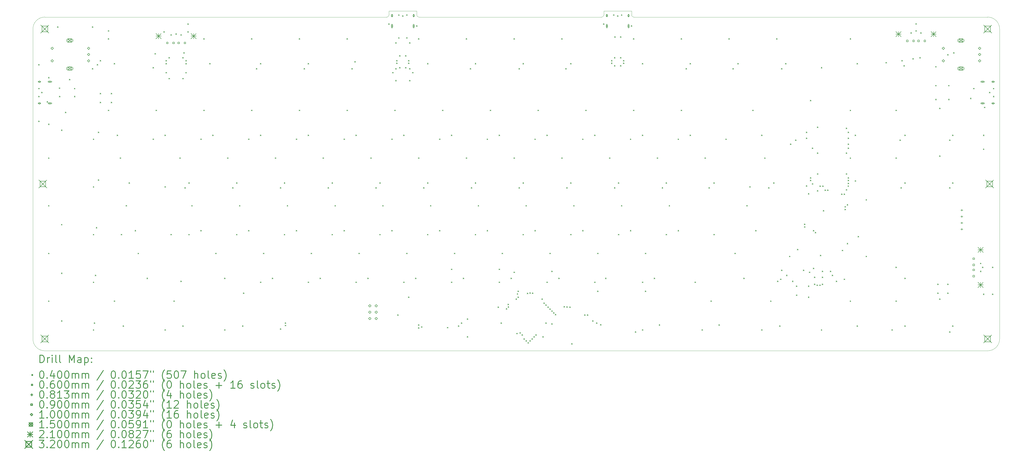
<source format=gbr>
%FSLAX45Y45*%
G04 Gerber Fmt 4.5, Leading zero omitted, Abs format (unit mm)*
G04 Created by KiCad (PCBNEW (5.1.10)-1) date 2021-10-10 20:15:31*
%MOMM*%
%LPD*%
G01*
G04 APERTURE LIST*
%TA.AperFunction,Profile*%
%ADD10C,0.100000*%
%TD*%
%ADD11C,0.200000*%
%ADD12C,0.300000*%
G04 APERTURE END LIST*
D10*
X13889750Y-17461400D02*
X27541390Y-17461400D01*
X36113350Y-17461400D02*
X28811310Y-17461400D01*
X51511130Y-17461400D02*
X37383270Y-17461400D01*
X37383270Y-17461400D02*
G75*
G02*
X37303900Y-17382030I0J79370D01*
G01*
X36192720Y-17382030D02*
G75*
G02*
X36113350Y-17461400I-79370J0D01*
G01*
X36192720Y-17223290D02*
X36192720Y-17382030D01*
X37303900Y-17223290D02*
X36192720Y-17223290D01*
X37303900Y-17382030D02*
X37303900Y-17223290D01*
X27620760Y-17382030D02*
G75*
G02*
X27541390Y-17461400I-79370J0D01*
G01*
X28811310Y-17461400D02*
G75*
G02*
X28731940Y-17382030I0J79370D01*
G01*
X27620760Y-17223290D02*
X27620760Y-17382030D01*
X28731940Y-17223290D02*
X28731940Y-17382030D01*
X27620760Y-17223290D02*
X28731940Y-17223290D01*
X13889750Y-30795560D02*
X51511130Y-30795560D01*
X51987350Y-30319340D02*
X51987350Y-17937620D01*
X51987350Y-30319340D02*
G75*
G02*
X51511130Y-30795560I-476220J0D01*
G01*
X51511130Y-17461400D02*
G75*
G02*
X51987350Y-17937620I0J-476220D01*
G01*
X13413530Y-17937620D02*
G75*
G02*
X13889750Y-17461400I476220J0D01*
G01*
X13413530Y-30319340D02*
X13413530Y-17937620D01*
X13889750Y-30795560D02*
G75*
G02*
X13413530Y-30319340I0J476220D01*
G01*
D11*
X13631640Y-19346280D02*
X13671640Y-19386280D01*
X13671640Y-19346280D02*
X13631640Y-19386280D01*
X13631640Y-20298720D02*
X13671640Y-20338720D01*
X13671640Y-20298720D02*
X13631640Y-20338720D01*
X13631640Y-20616200D02*
X13671640Y-20656200D01*
X13671640Y-20616200D02*
X13631640Y-20656200D01*
X13631640Y-21608325D02*
X13671640Y-21648325D01*
X13671640Y-21608325D02*
X13631640Y-21648325D01*
X13750695Y-20457460D02*
X13790695Y-20497460D01*
X13790695Y-20457460D02*
X13750695Y-20497460D01*
X13970390Y-20825446D02*
X14010390Y-20865446D01*
X14010390Y-20825446D02*
X13970390Y-20865446D01*
X14028490Y-19862185D02*
X14068490Y-19902185D01*
X14068490Y-19862185D02*
X14028490Y-19902185D01*
X14028490Y-21727380D02*
X14068490Y-21767380D01*
X14068490Y-21727380D02*
X14028490Y-21767380D01*
X14028490Y-23076670D02*
X14068490Y-23116670D01*
X14068490Y-23076670D02*
X14028490Y-23116670D01*
X14028490Y-24981550D02*
X14068490Y-25021550D01*
X14068490Y-24981550D02*
X14028490Y-25021550D01*
X14028490Y-26886430D02*
X14068490Y-26926430D01*
X14068490Y-26886430D02*
X14028490Y-26926430D01*
X14028490Y-28791310D02*
X14068490Y-28831310D01*
X14068490Y-28791310D02*
X14028490Y-28831310D01*
X14385655Y-17838250D02*
X14425655Y-17878250D01*
X14425655Y-17838250D02*
X14385655Y-17878250D01*
X14453480Y-20282460D02*
X14493480Y-20322460D01*
X14493480Y-20282460D02*
X14453480Y-20322460D01*
X14465025Y-20616200D02*
X14505025Y-20656200D01*
X14505025Y-20616200D02*
X14465025Y-20656200D01*
X14544395Y-21965490D02*
X14584395Y-22005490D01*
X14584395Y-21965490D02*
X14544395Y-22005490D01*
X14544395Y-25735565D02*
X14584395Y-25775565D01*
X14584395Y-25735565D02*
X14544395Y-25775565D01*
X14544395Y-27680130D02*
X14584395Y-27720130D01*
X14584395Y-27680130D02*
X14544395Y-27720130D01*
X14544395Y-29585010D02*
X14584395Y-29625010D01*
X14584395Y-29585010D02*
X14544395Y-29625010D01*
X14703135Y-21251160D02*
X14743135Y-21291160D01*
X14743135Y-21251160D02*
X14703135Y-21291160D01*
X14861875Y-19941555D02*
X14901875Y-19981555D01*
X14901875Y-19941555D02*
X14861875Y-19981555D01*
X15060300Y-20298720D02*
X15100300Y-20338720D01*
X15100300Y-20298720D02*
X15060300Y-20338720D01*
X15060300Y-20616200D02*
X15100300Y-20656200D01*
X15100300Y-20616200D02*
X15060300Y-20656200D01*
X15774630Y-17838250D02*
X15814630Y-17878250D01*
X15814630Y-17838250D02*
X15774630Y-17878250D01*
X15774630Y-19505020D02*
X15814630Y-19545020D01*
X15814630Y-19505020D02*
X15774630Y-19545020D01*
X15814315Y-22322655D02*
X15854315Y-22362655D01*
X15854315Y-22322655D02*
X15814315Y-22362655D01*
X15814315Y-24227535D02*
X15854315Y-24267535D01*
X15854315Y-24227535D02*
X15814315Y-24267535D01*
X15814315Y-26132415D02*
X15854315Y-26172415D01*
X15854315Y-26132415D02*
X15814315Y-26172415D01*
X15814315Y-28037295D02*
X15854315Y-28077295D01*
X15854315Y-28037295D02*
X15814315Y-28077295D01*
X15814315Y-29942175D02*
X15854315Y-29982175D01*
X15854315Y-29942175D02*
X15814315Y-29982175D01*
X15854000Y-29664380D02*
X15894000Y-29704380D01*
X15894000Y-29664380D02*
X15854000Y-29704380D01*
X15893685Y-27759500D02*
X15933685Y-27799500D01*
X15933685Y-27759500D02*
X15893685Y-27799500D01*
X15933370Y-25854620D02*
X15973370Y-25894620D01*
X15973370Y-25854620D02*
X15933370Y-25894620D01*
X15973055Y-19346280D02*
X16013055Y-19386280D01*
X16013055Y-19346280D02*
X15973055Y-19386280D01*
X16012740Y-22044860D02*
X16052740Y-22084860D01*
X16052740Y-22044860D02*
X16012740Y-22084860D01*
X16012740Y-23949740D02*
X16052740Y-23989740D01*
X16052740Y-23949740D02*
X16012740Y-23989740D01*
X16092110Y-19187540D02*
X16132110Y-19227540D01*
X16132110Y-19187540D02*
X16092110Y-19227540D01*
X16092110Y-20497145D02*
X16132110Y-20537145D01*
X16132110Y-20497145D02*
X16092110Y-20537145D01*
X16092110Y-20854310D02*
X16132110Y-20894310D01*
X16132110Y-20854310D02*
X16092110Y-20894310D01*
X16409590Y-17996990D02*
X16449590Y-18036990D01*
X16449590Y-17996990D02*
X16409590Y-18036990D01*
X16409590Y-18314470D02*
X16449590Y-18354470D01*
X16449590Y-18314470D02*
X16409590Y-18354470D01*
X16409590Y-21171790D02*
X16449590Y-21211790D01*
X16449590Y-21171790D02*
X16409590Y-21211790D01*
X16528645Y-20497145D02*
X16568645Y-20537145D01*
X16568645Y-20497145D02*
X16528645Y-20537145D01*
X16528645Y-20854310D02*
X16568645Y-20894310D01*
X16568645Y-20854310D02*
X16528645Y-20894310D01*
X16647700Y-19306595D02*
X16687700Y-19346595D01*
X16687700Y-19306595D02*
X16647700Y-19346595D01*
X16647700Y-28791310D02*
X16687700Y-28831310D01*
X16687700Y-28791310D02*
X16647700Y-28831310D01*
X16766755Y-22163915D02*
X16806755Y-22203915D01*
X16806755Y-22163915D02*
X16766755Y-22203915D01*
X16885810Y-23076670D02*
X16925810Y-23116670D01*
X16925810Y-23076670D02*
X16885810Y-23116670D01*
X16925495Y-26132415D02*
X16965495Y-26172415D01*
X16965495Y-26132415D02*
X16925495Y-26172415D01*
X17004865Y-29783435D02*
X17044865Y-29823435D01*
X17044865Y-29783435D02*
X17004865Y-29823435D01*
X17123920Y-24981550D02*
X17163920Y-25021550D01*
X17163920Y-24981550D02*
X17123920Y-25021550D01*
X17242975Y-24068795D02*
X17282975Y-24108795D01*
X17282975Y-24068795D02*
X17242975Y-24108795D01*
X17481085Y-25973675D02*
X17521085Y-26013675D01*
X17521085Y-25973675D02*
X17481085Y-26013675D01*
X17600140Y-26886430D02*
X17640140Y-26926430D01*
X17640140Y-26886430D02*
X17600140Y-26926430D01*
X17957305Y-27878555D02*
X17997305Y-27918555D01*
X17997305Y-27878555D02*
X17957305Y-27918555D01*
X18195415Y-19465335D02*
X18235415Y-19505335D01*
X18235415Y-19465335D02*
X18195415Y-19505335D01*
X18195415Y-22322655D02*
X18235415Y-22362655D01*
X18235415Y-22322655D02*
X18195415Y-22362655D01*
X18274785Y-18909745D02*
X18314785Y-18949745D01*
X18314785Y-18909745D02*
X18274785Y-18949745D01*
X18314470Y-21171790D02*
X18354470Y-21211790D01*
X18354470Y-21171790D02*
X18314470Y-21211790D01*
X18631950Y-18036675D02*
X18671950Y-18076675D01*
X18671950Y-18036675D02*
X18631950Y-18076675D01*
X18671635Y-22163915D02*
X18711635Y-22203915D01*
X18711635Y-22163915D02*
X18671635Y-22203915D01*
X18671635Y-24227535D02*
X18711635Y-24267535D01*
X18711635Y-24227535D02*
X18671635Y-24267535D01*
X18671635Y-29942175D02*
X18711635Y-29982175D01*
X18711635Y-29942175D02*
X18671635Y-29982175D01*
X18711320Y-19187540D02*
X18751320Y-19227540D01*
X18751320Y-19187540D02*
X18711320Y-19227540D01*
X18711320Y-19306595D02*
X18751320Y-19346595D01*
X18751320Y-19306595D02*
X18711320Y-19346595D01*
X18711320Y-19663760D02*
X18751320Y-19703760D01*
X18751320Y-19663760D02*
X18711320Y-19703760D01*
X18830375Y-19068485D02*
X18870375Y-19108485D01*
X18870375Y-19068485D02*
X18830375Y-19108485D01*
X18830375Y-19901870D02*
X18870375Y-19941870D01*
X18870375Y-19901870D02*
X18830375Y-19941870D01*
X18909745Y-18155730D02*
X18949745Y-18195730D01*
X18949745Y-18155730D02*
X18909745Y-18195730D01*
X18909745Y-26132415D02*
X18949745Y-26172415D01*
X18949745Y-26132415D02*
X18909745Y-26172415D01*
X19028800Y-28791310D02*
X19068800Y-28831310D01*
X19068800Y-28791310D02*
X19028800Y-28831310D01*
X19108170Y-18116045D02*
X19148170Y-18156045D01*
X19148170Y-18116045D02*
X19108170Y-18156045D01*
X19266910Y-23076670D02*
X19306910Y-23116670D01*
X19306910Y-23076670D02*
X19266910Y-23116670D01*
X19306595Y-18155730D02*
X19346595Y-18195730D01*
X19346595Y-18155730D02*
X19306595Y-18195730D01*
X19306595Y-27997610D02*
X19346595Y-28037610D01*
X19346595Y-27997610D02*
X19306595Y-28037610D01*
X19385965Y-19068485D02*
X19425965Y-19108485D01*
X19425965Y-19068485D02*
X19385965Y-19108485D01*
X19385965Y-19901870D02*
X19425965Y-19941870D01*
X19425965Y-19901870D02*
X19385965Y-19941870D01*
X19385965Y-29783435D02*
X19425965Y-29823435D01*
X19425965Y-29783435D02*
X19385965Y-29823435D01*
X19425650Y-18870060D02*
X19465650Y-18910060D01*
X19465650Y-18870060D02*
X19425650Y-18910060D01*
X19465335Y-24267220D02*
X19505335Y-24307220D01*
X19505335Y-24267220D02*
X19465335Y-24307220D01*
X19505020Y-19187540D02*
X19545020Y-19227540D01*
X19545020Y-19187540D02*
X19505020Y-19227540D01*
X19505020Y-19306595D02*
X19545020Y-19346595D01*
X19545020Y-19306595D02*
X19505020Y-19346595D01*
X19505020Y-19663760D02*
X19545020Y-19703760D01*
X19545020Y-19663760D02*
X19505020Y-19703760D01*
X19584390Y-17719195D02*
X19624390Y-17759195D01*
X19624390Y-17719195D02*
X19584390Y-17759195D01*
X19584390Y-18036675D02*
X19624390Y-18076675D01*
X19624390Y-18036675D02*
X19584390Y-18076675D01*
X19624075Y-24068795D02*
X19664075Y-24108795D01*
X19664075Y-24068795D02*
X19624075Y-24108795D01*
X19624075Y-26132415D02*
X19664075Y-26172415D01*
X19664075Y-26132415D02*
X19624075Y-26172415D01*
X19743130Y-24981550D02*
X19783130Y-25021550D01*
X19783130Y-24981550D02*
X19743130Y-25021550D01*
X20100295Y-22322655D02*
X20140295Y-22362655D01*
X20140295Y-22322655D02*
X20100295Y-22362655D01*
X20100295Y-25973675D02*
X20140295Y-26013675D01*
X20140295Y-25973675D02*
X20100295Y-26013675D01*
X20219350Y-18314470D02*
X20259350Y-18354470D01*
X20259350Y-18314470D02*
X20219350Y-18354470D01*
X20219350Y-21171790D02*
X20259350Y-21211790D01*
X20259350Y-21171790D02*
X20219350Y-21211790D01*
X20457460Y-19306595D02*
X20497460Y-19346595D01*
X20497460Y-19306595D02*
X20457460Y-19346595D01*
X20576515Y-22163915D02*
X20616515Y-22203915D01*
X20616515Y-22163915D02*
X20576515Y-22203915D01*
X20695570Y-26886430D02*
X20735570Y-26926430D01*
X20735570Y-26886430D02*
X20695570Y-26926430D01*
X21052735Y-27878555D02*
X21092735Y-27918555D01*
X21092735Y-27878555D02*
X21052735Y-27918555D01*
X21052735Y-29942175D02*
X21092735Y-29982175D01*
X21092735Y-29942175D02*
X21052735Y-29982175D01*
X21171790Y-23076670D02*
X21211790Y-23116670D01*
X21211790Y-23076670D02*
X21171790Y-23116670D01*
X21370215Y-24267220D02*
X21410215Y-24307220D01*
X21410215Y-24267220D02*
X21370215Y-24307220D01*
X21528955Y-24068795D02*
X21568955Y-24108795D01*
X21568955Y-24068795D02*
X21528955Y-24108795D01*
X21528955Y-26132415D02*
X21568955Y-26172415D01*
X21568955Y-26132415D02*
X21528955Y-26172415D01*
X21648010Y-24981550D02*
X21688010Y-25021550D01*
X21688010Y-24981550D02*
X21648010Y-25021550D01*
X21767065Y-29783435D02*
X21807065Y-29823435D01*
X21807065Y-29783435D02*
X21767065Y-29823435D01*
X21806750Y-28473830D02*
X21846750Y-28513830D01*
X21846750Y-28473830D02*
X21806750Y-28513830D01*
X22005175Y-22322655D02*
X22045175Y-22362655D01*
X22045175Y-22322655D02*
X22005175Y-22362655D01*
X22005175Y-25973675D02*
X22045175Y-26013675D01*
X22045175Y-25973675D02*
X22005175Y-26013675D01*
X22124230Y-18314470D02*
X22164230Y-18354470D01*
X22164230Y-18314470D02*
X22124230Y-18354470D01*
X22124230Y-21171790D02*
X22164230Y-21211790D01*
X22164230Y-21171790D02*
X22124230Y-21211790D01*
X22322655Y-19505020D02*
X22362655Y-19545020D01*
X22362655Y-19505020D02*
X22322655Y-19545020D01*
X22481395Y-19306595D02*
X22521395Y-19346595D01*
X22521395Y-19306595D02*
X22481395Y-19346595D01*
X22481395Y-22163915D02*
X22521395Y-22203915D01*
X22521395Y-22163915D02*
X22481395Y-22203915D01*
X22481395Y-28037295D02*
X22521395Y-28077295D01*
X22521395Y-28037295D02*
X22481395Y-28077295D01*
X22600450Y-26886430D02*
X22640450Y-26926430D01*
X22640450Y-26886430D02*
X22600450Y-26926430D01*
X22957615Y-27878555D02*
X22997615Y-27918555D01*
X22997615Y-27878555D02*
X22957615Y-27918555D01*
X23076670Y-23076670D02*
X23116670Y-23116670D01*
X23116670Y-23076670D02*
X23076670Y-23116670D01*
X23275095Y-24267220D02*
X23315095Y-24307220D01*
X23315095Y-24267220D02*
X23275095Y-24307220D01*
X23275095Y-29902490D02*
X23315095Y-29942490D01*
X23315095Y-29902490D02*
X23275095Y-29942490D01*
X23433835Y-24068795D02*
X23473835Y-24108795D01*
X23473835Y-24068795D02*
X23433835Y-24108795D01*
X23433835Y-26132415D02*
X23473835Y-26172415D01*
X23473835Y-26132415D02*
X23433835Y-26172415D01*
X23473520Y-29664380D02*
X23513520Y-29704380D01*
X23513520Y-29664380D02*
X23473520Y-29704380D01*
X23473520Y-29764380D02*
X23513520Y-29804380D01*
X23513520Y-29764380D02*
X23473520Y-29804380D01*
X23552890Y-24981550D02*
X23592890Y-25021550D01*
X23592890Y-24981550D02*
X23552890Y-25021550D01*
X23910055Y-22322655D02*
X23950055Y-22362655D01*
X23950055Y-22322655D02*
X23910055Y-22362655D01*
X23910055Y-25973675D02*
X23950055Y-26013675D01*
X23950055Y-25973675D02*
X23910055Y-26013675D01*
X24029110Y-18314470D02*
X24069110Y-18354470D01*
X24069110Y-18314470D02*
X24029110Y-18354470D01*
X24029110Y-21171790D02*
X24069110Y-21211790D01*
X24069110Y-21171790D02*
X24029110Y-21211790D01*
X24227535Y-19505020D02*
X24267535Y-19545020D01*
X24267535Y-19505020D02*
X24227535Y-19545020D01*
X24386275Y-19306595D02*
X24426275Y-19346595D01*
X24426275Y-19306595D02*
X24386275Y-19346595D01*
X24386275Y-22163915D02*
X24426275Y-22203915D01*
X24426275Y-22163915D02*
X24386275Y-22203915D01*
X24386275Y-28037295D02*
X24426275Y-28077295D01*
X24426275Y-28037295D02*
X24386275Y-28077295D01*
X24505330Y-26886430D02*
X24545330Y-26926430D01*
X24545330Y-26886430D02*
X24505330Y-26926430D01*
X24862495Y-27878555D02*
X24902495Y-27918555D01*
X24902495Y-27878555D02*
X24862495Y-27918555D01*
X24981550Y-23076670D02*
X25021550Y-23116670D01*
X25021550Y-23076670D02*
X24981550Y-23116670D01*
X25179975Y-24267220D02*
X25219975Y-24307220D01*
X25219975Y-24267220D02*
X25179975Y-24307220D01*
X25338715Y-24068795D02*
X25378715Y-24108795D01*
X25378715Y-24068795D02*
X25338715Y-24108795D01*
X25338715Y-26132415D02*
X25378715Y-26172415D01*
X25378715Y-26132415D02*
X25338715Y-26172415D01*
X25457770Y-24981550D02*
X25497770Y-25021550D01*
X25497770Y-24981550D02*
X25457770Y-25021550D01*
X25814935Y-22322655D02*
X25854935Y-22362655D01*
X25854935Y-22322655D02*
X25814935Y-22362655D01*
X25814935Y-25973675D02*
X25854935Y-26013675D01*
X25854935Y-25973675D02*
X25814935Y-26013675D01*
X25933990Y-18314470D02*
X25973990Y-18354470D01*
X25973990Y-18314470D02*
X25933990Y-18354470D01*
X25933990Y-21171790D02*
X25973990Y-21211790D01*
X25973990Y-21171790D02*
X25933990Y-21211790D01*
X26132415Y-19505020D02*
X26172415Y-19545020D01*
X26172415Y-19505020D02*
X26132415Y-19545020D01*
X26251470Y-19227225D02*
X26291470Y-19267225D01*
X26291470Y-19227225D02*
X26251470Y-19267225D01*
X26291155Y-22163915D02*
X26331155Y-22203915D01*
X26331155Y-22163915D02*
X26291155Y-22203915D01*
X26291155Y-28037295D02*
X26331155Y-28077295D01*
X26331155Y-28037295D02*
X26291155Y-28077295D01*
X26410210Y-26886430D02*
X26450210Y-26926430D01*
X26450210Y-26886430D02*
X26410210Y-26926430D01*
X26767375Y-27878555D02*
X26807375Y-27918555D01*
X26807375Y-27878555D02*
X26767375Y-27918555D01*
X26886430Y-23076670D02*
X26926430Y-23116670D01*
X26926430Y-23076670D02*
X26886430Y-23116670D01*
X27084855Y-24267220D02*
X27124855Y-24307220D01*
X27124855Y-24267220D02*
X27084855Y-24307220D01*
X27243595Y-24068795D02*
X27283595Y-24108795D01*
X27283595Y-24068795D02*
X27243595Y-24108795D01*
X27243595Y-26132415D02*
X27283595Y-26172415D01*
X27283595Y-26132415D02*
X27243595Y-26172415D01*
X27362650Y-24981550D02*
X27402650Y-25021550D01*
X27402650Y-24981550D02*
X27362650Y-25021550D01*
X27600760Y-17719195D02*
X27640760Y-17759195D01*
X27640760Y-17719195D02*
X27600760Y-17759195D01*
X27719815Y-22322655D02*
X27759815Y-22362655D01*
X27759815Y-22322655D02*
X27719815Y-22362655D01*
X27719815Y-25973675D02*
X27759815Y-26013675D01*
X27759815Y-25973675D02*
X27719815Y-26013675D01*
X27759500Y-19663760D02*
X27799500Y-19703760D01*
X27799500Y-19663760D02*
X27759500Y-19703760D01*
X27838870Y-21171790D02*
X27878870Y-21211790D01*
X27878870Y-21171790D02*
X27838870Y-21211790D01*
X27878555Y-18473210D02*
X27918555Y-18513210D01*
X27918555Y-18473210D02*
X27878555Y-18513210D01*
X27878555Y-19505020D02*
X27918555Y-19545020D01*
X27918555Y-19505020D02*
X27878555Y-19545020D01*
X27878555Y-19981240D02*
X27918555Y-20021240D01*
X27918555Y-19981240D02*
X27878555Y-20021240D01*
X27918240Y-19187540D02*
X27958240Y-19227540D01*
X27958240Y-19187540D02*
X27918240Y-19227540D01*
X27918240Y-19287540D02*
X27958240Y-19327540D01*
X27958240Y-19287540D02*
X27918240Y-19327540D01*
X27957925Y-29346900D02*
X27997925Y-29386900D01*
X27997925Y-29346900D02*
X27957925Y-29386900D01*
X27997610Y-17362030D02*
X28037610Y-17402030D01*
X28037610Y-17362030D02*
X27997610Y-17402030D01*
X27997610Y-18274785D02*
X28037610Y-18314785D01*
X28037610Y-18274785D02*
X27997610Y-18314785D01*
X28037295Y-18989115D02*
X28077295Y-19029115D01*
X28077295Y-18989115D02*
X28037295Y-19029115D01*
X28037295Y-19465335D02*
X28077295Y-19505335D01*
X28077295Y-19465335D02*
X28037295Y-19505335D01*
X28156350Y-17401715D02*
X28196350Y-17441715D01*
X28196350Y-17401715D02*
X28156350Y-17441715D01*
X28196035Y-22163915D02*
X28236035Y-22203915D01*
X28236035Y-22163915D02*
X28196035Y-22203915D01*
X28196035Y-28037295D02*
X28236035Y-28077295D01*
X28236035Y-28037295D02*
X28196035Y-28077295D01*
X28275405Y-18989115D02*
X28315405Y-19029115D01*
X28315405Y-18989115D02*
X28275405Y-19029115D01*
X28275405Y-19465335D02*
X28315405Y-19505335D01*
X28315405Y-19465335D02*
X28275405Y-19505335D01*
X28315090Y-17362030D02*
X28355090Y-17402030D01*
X28355090Y-17362030D02*
X28315090Y-17402030D01*
X28315090Y-18274785D02*
X28355090Y-18314785D01*
X28355090Y-18274785D02*
X28315090Y-18314785D01*
X28315090Y-26886430D02*
X28355090Y-26926430D01*
X28355090Y-26886430D02*
X28315090Y-26926430D01*
X28394460Y-19187540D02*
X28434460Y-19227540D01*
X28434460Y-19187540D02*
X28394460Y-19227540D01*
X28394460Y-19287540D02*
X28434460Y-19327540D01*
X28434460Y-19287540D02*
X28394460Y-19327540D01*
X28394460Y-28632570D02*
X28434460Y-28672570D01*
X28434460Y-28632570D02*
X28394460Y-28672570D01*
X28434145Y-18473210D02*
X28474145Y-18513210D01*
X28474145Y-18473210D02*
X28434145Y-18513210D01*
X28434145Y-19505020D02*
X28474145Y-19545020D01*
X28474145Y-19505020D02*
X28434145Y-19545020D01*
X28434145Y-19981240D02*
X28474145Y-20021240D01*
X28474145Y-19981240D02*
X28434145Y-20021240D01*
X28553200Y-19663760D02*
X28593200Y-19703760D01*
X28593200Y-19663760D02*
X28553200Y-19703760D01*
X28672255Y-27878555D02*
X28712255Y-27918555D01*
X28712255Y-27878555D02*
X28672255Y-27918555D01*
X28711940Y-17798565D02*
X28751940Y-17838565D01*
X28751940Y-17798565D02*
X28711940Y-17838565D01*
X28791310Y-18314470D02*
X28831310Y-18354470D01*
X28831310Y-18314470D02*
X28791310Y-18354470D01*
X28791310Y-23076670D02*
X28831310Y-23116670D01*
X28831310Y-23076670D02*
X28791310Y-23116670D01*
X28791310Y-29743750D02*
X28831310Y-29783750D01*
X28831310Y-29743750D02*
X28791310Y-29783750D01*
X28791310Y-29862805D02*
X28831310Y-29902805D01*
X28831310Y-29862805D02*
X28791310Y-29902805D01*
X28910365Y-29823120D02*
X28950365Y-29863120D01*
X28950365Y-29823120D02*
X28910365Y-29863120D01*
X28989735Y-24267220D02*
X29029735Y-24307220D01*
X29029735Y-24267220D02*
X28989735Y-24307220D01*
X29148475Y-19306595D02*
X29188475Y-19346595D01*
X29188475Y-19306595D02*
X29148475Y-19346595D01*
X29148475Y-24068795D02*
X29188475Y-24108795D01*
X29188475Y-24068795D02*
X29148475Y-24108795D01*
X29148475Y-26132415D02*
X29188475Y-26172415D01*
X29188475Y-26132415D02*
X29148475Y-26172415D01*
X29267530Y-24981550D02*
X29307530Y-25021550D01*
X29307530Y-24981550D02*
X29267530Y-25021550D01*
X29624695Y-22322655D02*
X29664695Y-22362655D01*
X29664695Y-22322655D02*
X29624695Y-22362655D01*
X29624695Y-25973675D02*
X29664695Y-26013675D01*
X29664695Y-25973675D02*
X29624695Y-26013675D01*
X29743750Y-21171790D02*
X29783750Y-21211790D01*
X29783750Y-21171790D02*
X29743750Y-21211790D01*
X29942175Y-29849400D02*
X29982175Y-29889400D01*
X29982175Y-29849400D02*
X29942175Y-29889400D01*
X30100915Y-22163915D02*
X30140915Y-22203915D01*
X30140915Y-22163915D02*
X30100915Y-22203915D01*
X30100915Y-27521390D02*
X30140915Y-27561390D01*
X30140915Y-27521390D02*
X30100915Y-27561390D01*
X30100915Y-28037295D02*
X30140915Y-28077295D01*
X30140915Y-28037295D02*
X30100915Y-28077295D01*
X30219970Y-26886430D02*
X30259970Y-26926430D01*
X30259970Y-26886430D02*
X30219970Y-26926430D01*
X30378710Y-29783435D02*
X30418710Y-29823435D01*
X30418710Y-29783435D02*
X30378710Y-29823435D01*
X30497765Y-29664380D02*
X30537765Y-29704380D01*
X30537765Y-29664380D02*
X30497765Y-29704380D01*
X30577135Y-27878555D02*
X30617135Y-27918555D01*
X30617135Y-27878555D02*
X30577135Y-27918555D01*
X30696190Y-18314470D02*
X30736190Y-18354470D01*
X30736190Y-18314470D02*
X30696190Y-18354470D01*
X30696190Y-23076670D02*
X30736190Y-23116670D01*
X30736190Y-23076670D02*
X30696190Y-23116670D01*
X30735875Y-29505640D02*
X30775875Y-29545640D01*
X30775875Y-29505640D02*
X30735875Y-29545640D01*
X30735875Y-30219970D02*
X30775875Y-30259970D01*
X30775875Y-30219970D02*
X30735875Y-30259970D01*
X30854930Y-19505020D02*
X30894930Y-19545020D01*
X30894930Y-19505020D02*
X30854930Y-19545020D01*
X30894615Y-24267220D02*
X30934615Y-24307220D01*
X30934615Y-24267220D02*
X30894615Y-24307220D01*
X31053355Y-19306595D02*
X31093355Y-19346595D01*
X31093355Y-19306595D02*
X31053355Y-19346595D01*
X31053355Y-24068795D02*
X31093355Y-24108795D01*
X31093355Y-24068795D02*
X31053355Y-24108795D01*
X31053355Y-26132415D02*
X31093355Y-26172415D01*
X31093355Y-26132415D02*
X31053355Y-26172415D01*
X31172410Y-24981550D02*
X31212410Y-25021550D01*
X31212410Y-24981550D02*
X31172410Y-25021550D01*
X31529575Y-22322655D02*
X31569575Y-22362655D01*
X31569575Y-22322655D02*
X31529575Y-22362655D01*
X31529575Y-25973675D02*
X31569575Y-26013675D01*
X31569575Y-25973675D02*
X31529575Y-26013675D01*
X31648630Y-21171790D02*
X31688630Y-21211790D01*
X31688630Y-21171790D02*
X31648630Y-21211790D01*
X31966110Y-29029420D02*
X32006110Y-29069420D01*
X32006110Y-29029420D02*
X31966110Y-29069420D01*
X32005795Y-22163915D02*
X32045795Y-22203915D01*
X32045795Y-22163915D02*
X32005795Y-22203915D01*
X32005795Y-27521390D02*
X32045795Y-27561390D01*
X32045795Y-27521390D02*
X32005795Y-27561390D01*
X32005795Y-28037295D02*
X32045795Y-28077295D01*
X32045795Y-28037295D02*
X32005795Y-28077295D01*
X32085165Y-29664380D02*
X32125165Y-29704380D01*
X32125165Y-29664380D02*
X32085165Y-29704380D01*
X32124850Y-26886430D02*
X32164850Y-26926430D01*
X32164850Y-26886430D02*
X32124850Y-26926430D01*
X32295170Y-29097210D02*
X32335170Y-29137210D01*
X32335170Y-29097210D02*
X32295170Y-29137210D01*
X32365274Y-28923361D02*
X32405274Y-28963361D01*
X32405274Y-28923361D02*
X32365274Y-28963361D01*
X32365881Y-29026499D02*
X32405881Y-29066499D01*
X32405881Y-29026499D02*
X32365881Y-29066499D01*
X32482015Y-27878555D02*
X32522015Y-27918555D01*
X32522015Y-27878555D02*
X32482015Y-27918555D01*
X32601070Y-18314470D02*
X32641070Y-18354470D01*
X32641070Y-18314470D02*
X32601070Y-18354470D01*
X32601070Y-23076670D02*
X32641070Y-23116670D01*
X32641070Y-23076670D02*
X32601070Y-23116670D01*
X32601070Y-27640445D02*
X32641070Y-27680445D01*
X32641070Y-27640445D02*
X32601070Y-27680445D01*
X32680440Y-28711940D02*
X32720440Y-28751940D01*
X32720440Y-28711940D02*
X32680440Y-28751940D01*
X32711082Y-30086797D02*
X32751082Y-30126797D01*
X32751082Y-30086797D02*
X32711082Y-30126797D01*
X32731705Y-28501935D02*
X32771705Y-28541935D01*
X32771705Y-28501935D02*
X32731705Y-28541935D01*
X32759810Y-28394460D02*
X32799810Y-28434460D01*
X32799810Y-28394460D02*
X32759810Y-28434460D01*
X32759810Y-28632570D02*
X32799810Y-28672570D01*
X32799810Y-28632570D02*
X32759810Y-28672570D01*
X32799495Y-19505020D02*
X32839495Y-19545020D01*
X32839495Y-19505020D02*
X32799495Y-19545020D01*
X32799495Y-24267220D02*
X32839495Y-24307220D01*
X32839495Y-24267220D02*
X32799495Y-24307220D01*
X32839180Y-30061230D02*
X32879180Y-30101230D01*
X32879180Y-30061230D02*
X32839180Y-30101230D01*
X32918550Y-30140600D02*
X32958550Y-30180600D01*
X32958550Y-30140600D02*
X32918550Y-30180600D01*
X32958235Y-19306595D02*
X32998235Y-19346595D01*
X32998235Y-19306595D02*
X32958235Y-19346595D01*
X32958235Y-24068795D02*
X32998235Y-24108795D01*
X32998235Y-24068795D02*
X32958235Y-24108795D01*
X32958235Y-26132415D02*
X32998235Y-26172415D01*
X32998235Y-26132415D02*
X32958235Y-26172415D01*
X32997920Y-30299340D02*
X33037920Y-30339340D01*
X33037920Y-30299340D02*
X32997920Y-30339340D01*
X33077290Y-24981550D02*
X33117290Y-25021550D01*
X33117290Y-24981550D02*
X33077290Y-25021550D01*
X33077290Y-30378710D02*
X33117290Y-30418710D01*
X33117290Y-30378710D02*
X33077290Y-30418710D01*
X33131517Y-28481502D02*
X33171517Y-28521502D01*
X33171517Y-28481502D02*
X33131517Y-28521502D01*
X33156660Y-30458080D02*
X33196660Y-30498080D01*
X33196660Y-30458080D02*
X33156660Y-30498080D01*
X33236030Y-28466960D02*
X33276030Y-28506960D01*
X33276030Y-28466960D02*
X33236030Y-28506960D01*
X33236030Y-30378710D02*
X33276030Y-30418710D01*
X33276030Y-30378710D02*
X33236030Y-30418710D01*
X33315400Y-30299340D02*
X33355400Y-30339340D01*
X33355400Y-30299340D02*
X33315400Y-30339340D01*
X33335658Y-28475583D02*
X33375658Y-28515583D01*
X33375658Y-28475583D02*
X33335658Y-28515583D01*
X33394770Y-30219970D02*
X33434770Y-30259970D01*
X33434770Y-30219970D02*
X33394770Y-30259970D01*
X33434455Y-22322655D02*
X33474455Y-22362655D01*
X33474455Y-22322655D02*
X33434455Y-22362655D01*
X33434455Y-25973675D02*
X33474455Y-26013675D01*
X33474455Y-25973675D02*
X33434455Y-26013675D01*
X33474140Y-30140600D02*
X33514140Y-30180600D01*
X33514140Y-30140600D02*
X33474140Y-30180600D01*
X33553510Y-21171790D02*
X33593510Y-21211790D01*
X33593510Y-21171790D02*
X33553510Y-21211790D01*
X33712250Y-28711940D02*
X33752250Y-28751940D01*
X33752250Y-28711940D02*
X33712250Y-28751940D01*
X33751935Y-30219970D02*
X33791935Y-30259970D01*
X33791935Y-30219970D02*
X33751935Y-30259970D01*
X33791620Y-28870680D02*
X33831620Y-28910680D01*
X33831620Y-28870680D02*
X33791620Y-28910680D01*
X33870990Y-28950050D02*
X33910990Y-28990050D01*
X33910990Y-28950050D02*
X33870990Y-28990050D01*
X33870990Y-29664380D02*
X33910990Y-29704380D01*
X33910990Y-29664380D02*
X33870990Y-29704380D01*
X33910675Y-22163915D02*
X33950675Y-22203915D01*
X33950675Y-22163915D02*
X33910675Y-22203915D01*
X33910675Y-28037295D02*
X33950675Y-28077295D01*
X33950675Y-28037295D02*
X33910675Y-28077295D01*
X33950360Y-29029420D02*
X33990360Y-29069420D01*
X33990360Y-29029420D02*
X33950360Y-29069420D01*
X34029730Y-26886430D02*
X34069730Y-26926430D01*
X34069730Y-26886430D02*
X34029730Y-26926430D01*
X34029730Y-29108790D02*
X34069730Y-29148790D01*
X34069730Y-29108790D02*
X34029730Y-29148790D01*
X34108898Y-29187958D02*
X34148898Y-29227958D01*
X34148898Y-29187958D02*
X34108898Y-29227958D01*
X34109100Y-27600760D02*
X34149100Y-27640760D01*
X34149100Y-27600760D02*
X34109100Y-27640760D01*
X34109100Y-29704065D02*
X34149100Y-29744065D01*
X34149100Y-29704065D02*
X34109100Y-29744065D01*
X34179609Y-29258669D02*
X34219609Y-29298669D01*
X34219609Y-29258669D02*
X34179609Y-29298669D01*
X34250320Y-29329380D02*
X34290320Y-29369380D01*
X34290320Y-29329380D02*
X34250320Y-29369380D01*
X34386895Y-27878555D02*
X34426895Y-27918555D01*
X34426895Y-27878555D02*
X34386895Y-27918555D01*
X34505950Y-18314470D02*
X34545950Y-18354470D01*
X34545950Y-18314470D02*
X34505950Y-18354470D01*
X34505950Y-23076670D02*
X34545950Y-23116670D01*
X34545950Y-23076670D02*
X34505950Y-23116670D01*
X34596900Y-29017840D02*
X34636900Y-29057840D01*
X34636900Y-29017840D02*
X34596900Y-29057840D01*
X34664690Y-19505020D02*
X34704690Y-19545020D01*
X34704690Y-19505020D02*
X34664690Y-19545020D01*
X34704375Y-24267220D02*
X34744375Y-24307220D01*
X34744375Y-24267220D02*
X34704375Y-24307220D01*
X34707693Y-29026102D02*
X34747693Y-29066102D01*
X34747693Y-29026102D02*
X34707693Y-29066102D01*
X34823430Y-29029420D02*
X34863430Y-29069420D01*
X34863430Y-29029420D02*
X34823430Y-29069420D01*
X34863115Y-19306595D02*
X34903115Y-19346595D01*
X34903115Y-19306595D02*
X34863115Y-19346595D01*
X34863115Y-24068795D02*
X34903115Y-24108795D01*
X34903115Y-24068795D02*
X34863115Y-24108795D01*
X34863115Y-26132415D02*
X34903115Y-26172415D01*
X34903115Y-26132415D02*
X34863115Y-26172415D01*
X34902800Y-30497765D02*
X34942800Y-30537765D01*
X34942800Y-30497765D02*
X34902800Y-30537765D01*
X34982170Y-24981550D02*
X35022170Y-25021550D01*
X35022170Y-24981550D02*
X34982170Y-25021550D01*
X35339335Y-22322655D02*
X35379335Y-22362655D01*
X35379335Y-22322655D02*
X35339335Y-22362655D01*
X35339335Y-25973675D02*
X35379335Y-26013675D01*
X35379335Y-25973675D02*
X35339335Y-26013675D01*
X35420910Y-29346900D02*
X35460910Y-29386900D01*
X35460910Y-29346900D02*
X35420910Y-29386900D01*
X35458390Y-21171790D02*
X35498390Y-21211790D01*
X35498390Y-21171790D02*
X35458390Y-21211790D01*
X35525910Y-29346900D02*
X35565910Y-29386900D01*
X35565910Y-29346900D02*
X35525910Y-29386900D01*
X35736185Y-29585010D02*
X35776185Y-29625010D01*
X35776185Y-29585010D02*
X35736185Y-29625010D01*
X35815555Y-22163915D02*
X35855555Y-22203915D01*
X35855555Y-22163915D02*
X35815555Y-22203915D01*
X35815555Y-28037295D02*
X35855555Y-28077295D01*
X35855555Y-28037295D02*
X35815555Y-28077295D01*
X35894925Y-29664380D02*
X35934925Y-29704380D01*
X35934925Y-29664380D02*
X35894925Y-29704380D01*
X35934610Y-26886430D02*
X35974610Y-26926430D01*
X35974610Y-26886430D02*
X35934610Y-26926430D01*
X35934610Y-28394460D02*
X35974610Y-28434460D01*
X35974610Y-28394460D02*
X35934610Y-28434460D01*
X36053665Y-29736880D02*
X36093665Y-29776880D01*
X36093665Y-29736880D02*
X36053665Y-29776880D01*
X36172720Y-17719195D02*
X36212720Y-17759195D01*
X36212720Y-17719195D02*
X36172720Y-17759195D01*
X36252090Y-27878555D02*
X36292090Y-27918555D01*
X36292090Y-27878555D02*
X36252090Y-27918555D01*
X36410830Y-23076670D02*
X36450830Y-23116670D01*
X36450830Y-23076670D02*
X36410830Y-23116670D01*
X36490200Y-19187540D02*
X36530200Y-19227540D01*
X36530200Y-19187540D02*
X36490200Y-19227540D01*
X36490200Y-19287540D02*
X36530200Y-19327540D01*
X36530200Y-19287540D02*
X36490200Y-19327540D01*
X36569570Y-17362030D02*
X36609570Y-17402030D01*
X36609570Y-17362030D02*
X36569570Y-17402030D01*
X36609255Y-19068485D02*
X36649255Y-19108485D01*
X36649255Y-19068485D02*
X36609255Y-19108485D01*
X36609255Y-19385965D02*
X36649255Y-19425965D01*
X36649255Y-19385965D02*
X36609255Y-19425965D01*
X36609255Y-24267220D02*
X36649255Y-24307220D01*
X36649255Y-24267220D02*
X36609255Y-24307220D01*
X36623710Y-18235100D02*
X36663710Y-18275100D01*
X36663710Y-18235100D02*
X36623710Y-18275100D01*
X36728310Y-17401715D02*
X36768310Y-17441715D01*
X36768310Y-17401715D02*
X36728310Y-17441715D01*
X36767995Y-24068795D02*
X36807995Y-24108795D01*
X36807995Y-24068795D02*
X36767995Y-24108795D01*
X36767995Y-26132415D02*
X36807995Y-26172415D01*
X36807995Y-26132415D02*
X36767995Y-26172415D01*
X36847365Y-18235100D02*
X36887365Y-18275100D01*
X36887365Y-18235100D02*
X36847365Y-18275100D01*
X36847365Y-19068485D02*
X36887365Y-19108485D01*
X36887365Y-19068485D02*
X36847365Y-19108485D01*
X36847365Y-19385965D02*
X36887365Y-19425965D01*
X36887365Y-19385965D02*
X36847365Y-19425965D01*
X36887050Y-17362030D02*
X36927050Y-17402030D01*
X36927050Y-17362030D02*
X36887050Y-17402030D01*
X36887050Y-24981550D02*
X36927050Y-25021550D01*
X36927050Y-24981550D02*
X36887050Y-25021550D01*
X36966420Y-19187540D02*
X37006420Y-19227540D01*
X37006420Y-19187540D02*
X36966420Y-19227540D01*
X36966420Y-19287540D02*
X37006420Y-19327540D01*
X37006420Y-19287540D02*
X36966420Y-19327540D01*
X37244215Y-22322655D02*
X37284215Y-22362655D01*
X37284215Y-22322655D02*
X37244215Y-22362655D01*
X37244215Y-25973675D02*
X37284215Y-26013675D01*
X37284215Y-25973675D02*
X37244215Y-26013675D01*
X37283900Y-17798565D02*
X37323900Y-17838565D01*
X37323900Y-17798565D02*
X37283900Y-17838565D01*
X37363270Y-18314470D02*
X37403270Y-18354470D01*
X37403270Y-18314470D02*
X37363270Y-18354470D01*
X37363270Y-21171790D02*
X37403270Y-21211790D01*
X37403270Y-21171790D02*
X37363270Y-21211790D01*
X37442640Y-30021545D02*
X37482640Y-30061545D01*
X37482640Y-30021545D02*
X37442640Y-30061545D01*
X37720435Y-19306595D02*
X37760435Y-19346595D01*
X37760435Y-19306595D02*
X37720435Y-19346595D01*
X37720435Y-22163915D02*
X37760435Y-22203915D01*
X37760435Y-22163915D02*
X37720435Y-22203915D01*
X37720435Y-28037295D02*
X37760435Y-28077295D01*
X37760435Y-28037295D02*
X37720435Y-28077295D01*
X37720435Y-29942175D02*
X37760435Y-29982175D01*
X37760435Y-29942175D02*
X37720435Y-29982175D01*
X37839490Y-26886430D02*
X37879490Y-26926430D01*
X37879490Y-26886430D02*
X37839490Y-26926430D01*
X37839490Y-28394460D02*
X37879490Y-28434460D01*
X37879490Y-28394460D02*
X37839490Y-28434460D01*
X38196655Y-27878555D02*
X38236655Y-27918555D01*
X38236655Y-27878555D02*
X38196655Y-27918555D01*
X38315710Y-23076670D02*
X38355710Y-23116670D01*
X38355710Y-23076670D02*
X38315710Y-23116670D01*
X38395080Y-29743750D02*
X38435080Y-29783750D01*
X38435080Y-29743750D02*
X38395080Y-29783750D01*
X38514135Y-24267220D02*
X38554135Y-24307220D01*
X38554135Y-24267220D02*
X38514135Y-24307220D01*
X38672875Y-24068795D02*
X38712875Y-24108795D01*
X38712875Y-24068795D02*
X38672875Y-24108795D01*
X38672875Y-26132415D02*
X38712875Y-26172415D01*
X38712875Y-26132415D02*
X38672875Y-26172415D01*
X38791930Y-24981550D02*
X38831930Y-25021550D01*
X38831930Y-24981550D02*
X38791930Y-25021550D01*
X39149095Y-22322655D02*
X39189095Y-22362655D01*
X39189095Y-22322655D02*
X39149095Y-22362655D01*
X39149095Y-25973675D02*
X39189095Y-26013675D01*
X39189095Y-25973675D02*
X39149095Y-26013675D01*
X39268150Y-18314470D02*
X39308150Y-18354470D01*
X39308150Y-18314470D02*
X39268150Y-18354470D01*
X39268150Y-21171790D02*
X39308150Y-21211790D01*
X39308150Y-21171790D02*
X39268150Y-21211790D01*
X39466575Y-19505020D02*
X39506575Y-19545020D01*
X39506575Y-19505020D02*
X39466575Y-19545020D01*
X39625315Y-19306595D02*
X39665315Y-19346595D01*
X39665315Y-19306595D02*
X39625315Y-19346595D01*
X39625315Y-22163915D02*
X39665315Y-22203915D01*
X39665315Y-22163915D02*
X39625315Y-22203915D01*
X39823740Y-28037295D02*
X39863740Y-28077295D01*
X39863740Y-28037295D02*
X39823740Y-28077295D01*
X40101535Y-29942175D02*
X40141535Y-29982175D01*
X40141535Y-29942175D02*
X40101535Y-29982175D01*
X40220590Y-23076670D02*
X40260590Y-23116670D01*
X40260590Y-23076670D02*
X40220590Y-23116670D01*
X40379330Y-24267220D02*
X40419330Y-24307220D01*
X40419330Y-24267220D02*
X40379330Y-24307220D01*
X40458700Y-28791310D02*
X40498700Y-28831310D01*
X40498700Y-28791310D02*
X40458700Y-28831310D01*
X40577755Y-24068795D02*
X40617755Y-24108795D01*
X40617755Y-24068795D02*
X40577755Y-24108795D01*
X40577755Y-26132415D02*
X40617755Y-26172415D01*
X40617755Y-26132415D02*
X40577755Y-26172415D01*
X40776180Y-29743750D02*
X40816180Y-29783750D01*
X40816180Y-29743750D02*
X40776180Y-29783750D01*
X41053975Y-22322655D02*
X41093975Y-22362655D01*
X41093975Y-22322655D02*
X41053975Y-22362655D01*
X41173030Y-18314470D02*
X41213030Y-18354470D01*
X41213030Y-18314470D02*
X41173030Y-18354470D01*
X41331770Y-19505020D02*
X41371770Y-19545020D01*
X41371770Y-19505020D02*
X41331770Y-19545020D01*
X41411140Y-26886430D02*
X41451140Y-26926430D01*
X41451140Y-26886430D02*
X41411140Y-26926430D01*
X41530195Y-19306595D02*
X41570195Y-19346595D01*
X41570195Y-19306595D02*
X41530195Y-19346595D01*
X41768305Y-27878555D02*
X41808305Y-27918555D01*
X41808305Y-27878555D02*
X41768305Y-27918555D01*
X41887360Y-24981550D02*
X41927360Y-25021550D01*
X41927360Y-24981550D02*
X41887360Y-25021550D01*
X42006415Y-24227535D02*
X42046415Y-24267535D01*
X42046415Y-24227535D02*
X42006415Y-24267535D01*
X42125470Y-21171790D02*
X42165470Y-21211790D01*
X42165470Y-21171790D02*
X42125470Y-21211790D01*
X42244525Y-25973675D02*
X42284525Y-26013675D01*
X42284525Y-25973675D02*
X42244525Y-26013675D01*
X42482635Y-22163915D02*
X42522635Y-22203915D01*
X42522635Y-22163915D02*
X42482635Y-22203915D01*
X42482635Y-29942175D02*
X42522635Y-29982175D01*
X42522635Y-29942175D02*
X42482635Y-29982175D01*
X42601690Y-23076670D02*
X42641690Y-23116670D01*
X42641690Y-23076670D02*
X42601690Y-23116670D01*
X42760430Y-24267220D02*
X42800430Y-24307220D01*
X42800430Y-24267220D02*
X42760430Y-24307220D01*
X42839800Y-28791310D02*
X42879800Y-28831310D01*
X42879800Y-28791310D02*
X42839800Y-28831310D01*
X42958855Y-24068795D02*
X42998855Y-24108795D01*
X42998855Y-24068795D02*
X42958855Y-24108795D01*
X43077910Y-18314470D02*
X43117910Y-18354470D01*
X43117910Y-18314470D02*
X43077910Y-18354470D01*
X43117595Y-27997610D02*
X43157595Y-28037610D01*
X43157595Y-27997610D02*
X43117595Y-28037610D01*
X43196965Y-29783435D02*
X43236965Y-29823435D01*
X43236965Y-29783435D02*
X43196965Y-29823435D01*
X43236650Y-27918240D02*
X43276650Y-27958240D01*
X43276650Y-27918240D02*
X43236650Y-27958240D01*
X43276335Y-19505020D02*
X43316335Y-19545020D01*
X43316335Y-19505020D02*
X43276335Y-19545020D01*
X43276335Y-27561075D02*
X43316335Y-27601075D01*
X43316335Y-27561075D02*
X43276335Y-27601075D01*
X43435075Y-19306595D02*
X43475075Y-19346595D01*
X43475075Y-19306595D02*
X43435075Y-19346595D01*
X43474760Y-27759500D02*
X43514760Y-27799500D01*
X43514760Y-27759500D02*
X43474760Y-27799500D01*
X43593815Y-27005485D02*
X43633815Y-27045485D01*
X43633815Y-27005485D02*
X43593815Y-27045485D01*
X43633500Y-22521080D02*
X43673500Y-22561080D01*
X43673500Y-22521080D02*
X43633500Y-22561080D01*
X43712870Y-27997610D02*
X43752870Y-28037610D01*
X43752870Y-27997610D02*
X43712870Y-28037610D01*
X43831925Y-22362340D02*
X43871925Y-22402340D01*
X43871925Y-22362340D02*
X43831925Y-22402340D01*
X43871610Y-28196035D02*
X43911610Y-28236035D01*
X43911610Y-28196035D02*
X43871610Y-28236035D01*
X43871610Y-28553200D02*
X43911610Y-28593200D01*
X43911610Y-28553200D02*
X43871610Y-28593200D01*
X43911295Y-26727690D02*
X43951295Y-26767690D01*
X43951295Y-26727690D02*
X43911295Y-26767690D01*
X44149405Y-27561075D02*
X44189405Y-27601075D01*
X44189405Y-27561075D02*
X44149405Y-27601075D01*
X44189090Y-25722750D02*
X44229090Y-25762750D01*
X44229090Y-25722750D02*
X44189090Y-25762750D01*
X44189090Y-25827750D02*
X44229090Y-25867750D01*
X44229090Y-25827750D02*
X44189090Y-25867750D01*
X44268460Y-22044860D02*
X44308460Y-22084860D01*
X44308460Y-22044860D02*
X44268460Y-22084860D01*
X44268460Y-22282970D02*
X44308460Y-22322970D01*
X44308460Y-22282970D02*
X44268460Y-22322970D01*
X44268460Y-24187850D02*
X44308460Y-24227850D01*
X44308460Y-24187850D02*
X44268460Y-24227850D01*
X44347830Y-24505330D02*
X44387830Y-24545330D01*
X44387830Y-24505330D02*
X44347830Y-24545330D01*
X44347830Y-28196035D02*
X44387830Y-28236035D01*
X44387830Y-28196035D02*
X44347830Y-28236035D01*
X44347830Y-28632570D02*
X44387830Y-28672570D01*
X44387830Y-28632570D02*
X44347830Y-28672570D01*
X44387515Y-27640445D02*
X44427515Y-27680445D01*
X44427515Y-27640445D02*
X44387515Y-27680445D01*
X44427200Y-20774940D02*
X44467200Y-20814940D01*
X44467200Y-20774940D02*
X44427200Y-20814940D01*
X44427200Y-23870370D02*
X44467200Y-23910370D01*
X44467200Y-23870370D02*
X44427200Y-23910370D01*
X44427200Y-23970370D02*
X44467200Y-24010370D01*
X44467200Y-23970370D02*
X44427200Y-24010370D01*
X44506570Y-22679820D02*
X44546570Y-22719820D01*
X44546570Y-22679820D02*
X44506570Y-22719820D01*
X44506570Y-24108480D02*
X44546570Y-24148480D01*
X44546570Y-24108480D02*
X44506570Y-24148480D01*
X44546255Y-27481705D02*
X44586255Y-27521705D01*
X44586255Y-27481705D02*
X44546255Y-27521705D01*
X44548817Y-25976237D02*
X44588817Y-26016237D01*
X44588817Y-25976237D02*
X44548817Y-26016237D01*
X44585940Y-27838870D02*
X44625940Y-27878870D01*
X44625940Y-27838870D02*
X44585940Y-27878870D01*
X44585940Y-28116665D02*
X44625940Y-28156665D01*
X44625940Y-28116665D02*
X44585940Y-28156665D01*
X44623063Y-26050483D02*
X44663063Y-26090483D01*
X44663063Y-26050483D02*
X44623063Y-26090483D01*
X44692180Y-28156350D02*
X44732180Y-28196350D01*
X44732180Y-28156350D02*
X44692180Y-28196350D01*
X44704995Y-21846435D02*
X44744995Y-21886435D01*
X44744995Y-21846435D02*
X44704995Y-21886435D01*
X44704995Y-22878245D02*
X44744995Y-22918245D01*
X44744995Y-22878245D02*
X44704995Y-22918245D01*
X44704995Y-23711630D02*
X44744995Y-23751630D01*
X44744995Y-23711630D02*
X44704995Y-23751630D01*
X44704995Y-24386275D02*
X44744995Y-24426275D01*
X44744995Y-24386275D02*
X44704995Y-24426275D01*
X44797180Y-28156350D02*
X44837180Y-28196350D01*
X44837180Y-28156350D02*
X44797180Y-28196350D01*
X44811235Y-24199495D02*
X44851235Y-24239495D01*
X44851235Y-24199495D02*
X44811235Y-24239495D01*
X44824050Y-26965800D02*
X44864050Y-27005800D01*
X44864050Y-26965800D02*
X44824050Y-27005800D01*
X44863735Y-19465335D02*
X44903735Y-19505335D01*
X44903735Y-19465335D02*
X44863735Y-19505335D01*
X44863735Y-29942175D02*
X44903735Y-29982175D01*
X44903735Y-29942175D02*
X44863735Y-29982175D01*
X44903420Y-27600760D02*
X44943420Y-27640760D01*
X44943420Y-27600760D02*
X44903420Y-27640760D01*
X44903420Y-27838870D02*
X44943420Y-27878870D01*
X44943420Y-27838870D02*
X44903420Y-27878870D01*
X44903420Y-28116665D02*
X44943420Y-28156665D01*
X44943420Y-28116665D02*
X44903420Y-28156665D01*
X44916235Y-24199495D02*
X44956235Y-24239495D01*
X44956235Y-24199495D02*
X44916235Y-24239495D01*
X44943105Y-25179975D02*
X44983105Y-25219975D01*
X44983105Y-25179975D02*
X44943105Y-25219975D01*
X45009660Y-24358001D02*
X45049660Y-24398001D01*
X45049660Y-24358001D02*
X45009660Y-24398001D01*
X45114660Y-24358001D02*
X45154660Y-24398001D01*
X45154660Y-24358001D02*
X45114660Y-24398001D01*
X45220900Y-27600760D02*
X45260900Y-27640760D01*
X45260900Y-27600760D02*
X45220900Y-27640760D01*
X45300270Y-27759500D02*
X45340270Y-27799500D01*
X45340270Y-27759500D02*
X45300270Y-27799500D01*
X45459010Y-27997610D02*
X45499010Y-28037610D01*
X45499010Y-27997610D02*
X45459010Y-28037610D01*
X45670565Y-24518406D02*
X45710565Y-24558406D01*
X45710565Y-24518406D02*
X45670565Y-24558406D01*
X45697120Y-26767375D02*
X45737120Y-26807375D01*
X45737120Y-26767375D02*
X45697120Y-26807375D01*
X45775565Y-24518406D02*
X45815565Y-24558406D01*
X45815565Y-24518406D02*
X45775565Y-24558406D01*
X45776490Y-27918240D02*
X45816490Y-27958240D01*
X45816490Y-27918240D02*
X45776490Y-27958240D01*
X45810230Y-25023670D02*
X45850230Y-25063670D01*
X45850230Y-25023670D02*
X45810230Y-25063670D01*
X45810230Y-25128670D02*
X45850230Y-25168670D01*
X45850230Y-25128670D02*
X45810230Y-25168670D01*
X45855860Y-21886120D02*
X45895860Y-21926120D01*
X45895860Y-21886120D02*
X45855860Y-21926120D01*
X45855860Y-22878245D02*
X45895860Y-22918245D01*
X45895860Y-22878245D02*
X45855860Y-22918245D01*
X45855860Y-23711630D02*
X45895860Y-23751630D01*
X45895860Y-23711630D02*
X45855860Y-23751630D01*
X45855860Y-24346590D02*
X45895860Y-24386590D01*
X45895860Y-24346590D02*
X45855860Y-24386590D01*
X45895545Y-24941865D02*
X45935545Y-24981865D01*
X45935545Y-24941865D02*
X45895545Y-24981865D01*
X45895545Y-26489580D02*
X45935545Y-26529580D01*
X45935545Y-26489580D02*
X45895545Y-26529580D01*
X45930598Y-24192482D02*
X45970598Y-24232482D01*
X45970598Y-24192482D02*
X45930598Y-24232482D01*
X45935230Y-22044860D02*
X45975230Y-22084860D01*
X45975230Y-22044860D02*
X45935230Y-22084860D01*
X45935230Y-22282970D02*
X45975230Y-22322970D01*
X45975230Y-22282970D02*
X45935230Y-22322970D01*
X45935230Y-22521080D02*
X45975230Y-22561080D01*
X45975230Y-22521080D02*
X45935230Y-22561080D01*
X45935230Y-22679820D02*
X45975230Y-22719820D01*
X45975230Y-22679820D02*
X45935230Y-22719820D01*
X45935230Y-23870370D02*
X45975230Y-23910370D01*
X45975230Y-23870370D02*
X45935230Y-23910370D01*
X45935230Y-23970370D02*
X45975230Y-24010370D01*
X45975230Y-23970370D02*
X45935230Y-24010370D01*
X45936495Y-24086585D02*
X45976495Y-24126585D01*
X45976495Y-24086585D02*
X45936495Y-24126585D01*
X46014600Y-18314470D02*
X46054600Y-18354470D01*
X46054600Y-18314470D02*
X46014600Y-18354470D01*
X46014600Y-21171790D02*
X46054600Y-21211790D01*
X46054600Y-21171790D02*
X46014600Y-21211790D01*
X46014600Y-23076670D02*
X46054600Y-23116670D01*
X46054600Y-23076670D02*
X46014600Y-23116670D01*
X46014600Y-28791310D02*
X46054600Y-28831310D01*
X46054600Y-28791310D02*
X46014600Y-28831310D01*
X46213025Y-22163915D02*
X46253025Y-22203915D01*
X46253025Y-22163915D02*
X46213025Y-22203915D01*
X46213025Y-23989425D02*
X46253025Y-24029425D01*
X46253025Y-23989425D02*
X46213025Y-24029425D01*
X46292395Y-19306595D02*
X46332395Y-19346595D01*
X46332395Y-19306595D02*
X46292395Y-19346595D01*
X46292395Y-29783435D02*
X46332395Y-29823435D01*
X46332395Y-29783435D02*
X46292395Y-29823435D01*
X46332080Y-26211785D02*
X46372080Y-26251785D01*
X46372080Y-26211785D02*
X46332080Y-26251785D01*
X46649560Y-24743440D02*
X46689560Y-24783440D01*
X46689560Y-24743440D02*
X46649560Y-24783440D01*
X46649560Y-27005485D02*
X46689560Y-27045485D01*
X46689560Y-27005485D02*
X46649560Y-27045485D01*
X47443260Y-19266910D02*
X47483260Y-19306910D01*
X47483260Y-19266910D02*
X47443260Y-19306910D01*
X47681370Y-29942175D02*
X47721370Y-29982175D01*
X47721370Y-29942175D02*
X47681370Y-29982175D01*
X47840110Y-21171790D02*
X47880110Y-21211790D01*
X47880110Y-21171790D02*
X47840110Y-21211790D01*
X47840110Y-23076670D02*
X47880110Y-23116670D01*
X47880110Y-23076670D02*
X47840110Y-23116670D01*
X47840110Y-27442020D02*
X47880110Y-27482020D01*
X47880110Y-27442020D02*
X47840110Y-27482020D01*
X47840110Y-28791310D02*
X47880110Y-28831310D01*
X47880110Y-28791310D02*
X47840110Y-28831310D01*
X47998850Y-22362340D02*
X48038850Y-22402340D01*
X48038850Y-22362340D02*
X47998850Y-22402340D01*
X48038535Y-24267220D02*
X48078535Y-24307220D01*
X48078535Y-24267220D02*
X48038535Y-24307220D01*
X48078220Y-19187540D02*
X48118220Y-19227540D01*
X48118220Y-19187540D02*
X48078220Y-19227540D01*
X48157590Y-19385965D02*
X48197590Y-19425965D01*
X48197590Y-19385965D02*
X48157590Y-19425965D01*
X48197275Y-22163915D02*
X48237275Y-22203915D01*
X48237275Y-22163915D02*
X48197275Y-22203915D01*
X48197275Y-24068795D02*
X48237275Y-24108795D01*
X48237275Y-24068795D02*
X48197275Y-24108795D01*
X48197275Y-27878555D02*
X48237275Y-27918555D01*
X48237275Y-27878555D02*
X48197275Y-27918555D01*
X48197275Y-29783435D02*
X48237275Y-29823435D01*
X48237275Y-29783435D02*
X48197275Y-29823435D01*
X48435385Y-18076360D02*
X48475385Y-18116360D01*
X48475385Y-18076360D02*
X48435385Y-18116360D01*
X48514755Y-19108170D02*
X48554755Y-19148170D01*
X48554755Y-19108170D02*
X48514755Y-19148170D01*
X48633810Y-17715433D02*
X48673810Y-17755433D01*
X48673810Y-17715433D02*
X48633810Y-17755433D01*
X48633810Y-17996990D02*
X48673810Y-18036990D01*
X48673810Y-17996990D02*
X48633810Y-18036990D01*
X48792550Y-19068485D02*
X48832550Y-19108485D01*
X48832550Y-19068485D02*
X48792550Y-19108485D01*
X48832235Y-18076360D02*
X48872235Y-18116360D01*
X48872235Y-18076360D02*
X48832235Y-18116360D01*
X49427510Y-19425650D02*
X49467510Y-19465650D01*
X49467510Y-19425650D02*
X49427510Y-19465650D01*
X49427510Y-20179665D02*
X49467510Y-20219665D01*
X49467510Y-20179665D02*
X49427510Y-20219665D01*
X49427510Y-20735255D02*
X49467510Y-20775255D01*
X49467510Y-20735255D02*
X49427510Y-20775255D01*
X49506880Y-28116665D02*
X49546880Y-28156665D01*
X49546880Y-28116665D02*
X49506880Y-28156665D01*
X49506880Y-28473830D02*
X49546880Y-28513830D01*
X49546880Y-28473830D02*
X49506880Y-28513830D01*
X49586250Y-21092420D02*
X49626250Y-21132420D01*
X49626250Y-21092420D02*
X49586250Y-21132420D01*
X49586250Y-22997300D02*
X49626250Y-23037300D01*
X49626250Y-22997300D02*
X49586250Y-23037300D01*
X49586250Y-28711940D02*
X49626250Y-28751940D01*
X49626250Y-28711940D02*
X49586250Y-28751940D01*
X49903730Y-18949430D02*
X49943730Y-18989430D01*
X49943730Y-18949430D02*
X49903730Y-18989430D01*
X49903730Y-28116665D02*
X49943730Y-28156665D01*
X49943730Y-28116665D02*
X49903730Y-28156665D01*
X49903730Y-28473830D02*
X49943730Y-28513830D01*
X49943730Y-28473830D02*
X49903730Y-28513830D01*
X49943415Y-20179665D02*
X49983415Y-20219665D01*
X49983415Y-20179665D02*
X49943415Y-20219665D01*
X49943415Y-20735255D02*
X49983415Y-20775255D01*
X49983415Y-20735255D02*
X49943415Y-20775255D01*
X49983100Y-22362340D02*
X50023100Y-22402340D01*
X50023100Y-22362340D02*
X49983100Y-22402340D01*
X49983100Y-24267220D02*
X50023100Y-24307220D01*
X50023100Y-24267220D02*
X49983100Y-24307220D01*
X49983100Y-30021545D02*
X50023100Y-30061545D01*
X50023100Y-30021545D02*
X49983100Y-30061545D01*
X50102155Y-22163915D02*
X50142155Y-22203915D01*
X50142155Y-22163915D02*
X50102155Y-22203915D01*
X50102155Y-24068795D02*
X50142155Y-24108795D01*
X50142155Y-24068795D02*
X50102155Y-24108795D01*
X50102155Y-29783435D02*
X50142155Y-29823435D01*
X50142155Y-29783435D02*
X50102155Y-29823435D01*
X50141840Y-18870060D02*
X50181840Y-18910060D01*
X50181840Y-18870060D02*
X50141840Y-18910060D01*
X50816485Y-20695570D02*
X50856485Y-20735570D01*
X50856485Y-20695570D02*
X50816485Y-20735570D01*
X50935540Y-20298720D02*
X50975540Y-20338720D01*
X50975540Y-20298720D02*
X50935540Y-20338720D01*
X51213335Y-27283280D02*
X51253335Y-27323280D01*
X51253335Y-27283280D02*
X51213335Y-27323280D01*
X51213335Y-27600760D02*
X51253335Y-27640760D01*
X51253335Y-27600760D02*
X51213335Y-27640760D01*
X51292705Y-27442020D02*
X51332705Y-27482020D01*
X51332705Y-27442020D02*
X51292705Y-27482020D01*
X51332390Y-22163915D02*
X51372390Y-22203915D01*
X51372390Y-22163915D02*
X51332390Y-22203915D01*
X51332390Y-22719505D02*
X51372390Y-22759505D01*
X51372390Y-22719505D02*
X51332390Y-22759505D01*
X51332390Y-28513515D02*
X51372390Y-28553515D01*
X51372390Y-28513515D02*
X51332390Y-28553515D01*
X51372075Y-21052735D02*
X51412075Y-21092735D01*
X51412075Y-21052735D02*
X51372075Y-21092735D01*
X51570500Y-20457460D02*
X51610500Y-20497460D01*
X51610500Y-20457460D02*
X51570500Y-20497460D01*
X51689555Y-27442020D02*
X51729555Y-27482020D01*
X51729555Y-27442020D02*
X51689555Y-27482020D01*
X51689555Y-28513515D02*
X51729555Y-28553515D01*
X51729555Y-28513515D02*
X51689555Y-28553515D01*
X51729240Y-20298720D02*
X51769240Y-20338720D01*
X51769240Y-20298720D02*
X51729240Y-20338720D01*
X51729240Y-20616200D02*
X51769240Y-20656200D01*
X51769240Y-20616200D02*
X51729240Y-20656200D01*
X13703530Y-20045460D02*
G75*
G03*
X13703530Y-20045460I-30000J0D01*
G01*
X13643530Y-20065460D02*
X13703530Y-20065460D01*
X13643530Y-20025460D02*
X13703530Y-20025460D01*
X13703530Y-20065460D02*
G75*
G03*
X13703530Y-20025460I0J20000D01*
G01*
X13643530Y-20025460D02*
G75*
G03*
X13643530Y-20065460I0J-20000D01*
G01*
X13703530Y-20909460D02*
G75*
G03*
X13703530Y-20909460I-30000J0D01*
G01*
X13643530Y-20929460D02*
X13703530Y-20929460D01*
X13643530Y-20889460D02*
X13703530Y-20889460D01*
X13703530Y-20929460D02*
G75*
G03*
X13703530Y-20889460I0J20000D01*
G01*
X13643530Y-20889460D02*
G75*
G03*
X13643530Y-20929460I0J-20000D01*
G01*
X14121530Y-20045460D02*
G75*
G03*
X14121530Y-20045460I-30000J0D01*
G01*
X14036530Y-20065460D02*
X14146530Y-20065460D01*
X14036530Y-20025460D02*
X14146530Y-20025460D01*
X14146530Y-20065460D02*
G75*
G03*
X14146530Y-20025460I0J20000D01*
G01*
X14036530Y-20025460D02*
G75*
G03*
X14036530Y-20065460I0J-20000D01*
G01*
X14121530Y-20909460D02*
G75*
G03*
X14121530Y-20909460I-30000J0D01*
G01*
X14036530Y-20929460D02*
X14146530Y-20929460D01*
X14036530Y-20889460D02*
X14146530Y-20889460D01*
X14146530Y-20929460D02*
G75*
G03*
X14146530Y-20889460I0J20000D01*
G01*
X14036530Y-20889460D02*
G75*
G03*
X14036530Y-20929460I0J-20000D01*
G01*
X27774350Y-17403920D02*
G75*
G03*
X27774350Y-17403920I-30000J0D01*
G01*
X27724350Y-17373920D02*
X27724350Y-17433920D01*
X27764350Y-17373920D02*
X27764350Y-17433920D01*
X27724350Y-17433920D02*
G75*
G03*
X27764350Y-17433920I20000J0D01*
G01*
X27764350Y-17373920D02*
G75*
G03*
X27724350Y-17373920I-20000J0D01*
G01*
X27774350Y-17821920D02*
G75*
G03*
X27774350Y-17821920I-30000J0D01*
G01*
X27724350Y-17766920D02*
X27724350Y-17876920D01*
X27764350Y-17766920D02*
X27764350Y-17876920D01*
X27724350Y-17876920D02*
G75*
G03*
X27764350Y-17876920I20000J0D01*
G01*
X27764350Y-17766920D02*
G75*
G03*
X27724350Y-17766920I-20000J0D01*
G01*
X28638350Y-17403920D02*
G75*
G03*
X28638350Y-17403920I-30000J0D01*
G01*
X28588350Y-17373920D02*
X28588350Y-17433920D01*
X28628350Y-17373920D02*
X28628350Y-17433920D01*
X28588350Y-17433920D02*
G75*
G03*
X28628350Y-17433920I20000J0D01*
G01*
X28628350Y-17373920D02*
G75*
G03*
X28588350Y-17373920I-20000J0D01*
G01*
X28638350Y-17821920D02*
G75*
G03*
X28638350Y-17821920I-30000J0D01*
G01*
X28588350Y-17766920D02*
X28588350Y-17876920D01*
X28628350Y-17766920D02*
X28628350Y-17876920D01*
X28588350Y-17876920D02*
G75*
G03*
X28628350Y-17876920I20000J0D01*
G01*
X28628350Y-17766920D02*
G75*
G03*
X28588350Y-17766920I-20000J0D01*
G01*
X36346310Y-17403920D02*
G75*
G03*
X36346310Y-17403920I-30000J0D01*
G01*
X36296310Y-17373920D02*
X36296310Y-17433920D01*
X36336310Y-17373920D02*
X36336310Y-17433920D01*
X36296310Y-17433920D02*
G75*
G03*
X36336310Y-17433920I20000J0D01*
G01*
X36336310Y-17373920D02*
G75*
G03*
X36296310Y-17373920I-20000J0D01*
G01*
X36346310Y-17821920D02*
G75*
G03*
X36346310Y-17821920I-30000J0D01*
G01*
X36296310Y-17766920D02*
X36296310Y-17876920D01*
X36336310Y-17766920D02*
X36336310Y-17876920D01*
X36296310Y-17876920D02*
G75*
G03*
X36336310Y-17876920I20000J0D01*
G01*
X36336310Y-17766920D02*
G75*
G03*
X36296310Y-17766920I-20000J0D01*
G01*
X37210310Y-17403920D02*
G75*
G03*
X37210310Y-17403920I-30000J0D01*
G01*
X37160310Y-17373920D02*
X37160310Y-17433920D01*
X37200310Y-17373920D02*
X37200310Y-17433920D01*
X37160310Y-17433920D02*
G75*
G03*
X37200310Y-17433920I20000J0D01*
G01*
X37200310Y-17373920D02*
G75*
G03*
X37160310Y-17373920I-20000J0D01*
G01*
X37210310Y-17821920D02*
G75*
G03*
X37210310Y-17821920I-30000J0D01*
G01*
X37160310Y-17766920D02*
X37160310Y-17876920D01*
X37200310Y-17766920D02*
X37200310Y-17876920D01*
X37160310Y-17876920D02*
G75*
G03*
X37200310Y-17876920I20000J0D01*
G01*
X37200310Y-17766920D02*
G75*
G03*
X37160310Y-17766920I-20000J0D01*
G01*
X51339350Y-20045460D02*
G75*
G03*
X51339350Y-20045460I-30000J0D01*
G01*
X51364350Y-20025460D02*
X51254350Y-20025460D01*
X51364350Y-20065460D02*
X51254350Y-20065460D01*
X51254350Y-20025460D02*
G75*
G03*
X51254350Y-20065460I0J-20000D01*
G01*
X51364350Y-20065460D02*
G75*
G03*
X51364350Y-20025460I0J20000D01*
G01*
X51339350Y-20909460D02*
G75*
G03*
X51339350Y-20909460I-30000J0D01*
G01*
X51364350Y-20889460D02*
X51254350Y-20889460D01*
X51364350Y-20929460D02*
X51254350Y-20929460D01*
X51254350Y-20889460D02*
G75*
G03*
X51254350Y-20929460I0J-20000D01*
G01*
X51364350Y-20929460D02*
G75*
G03*
X51364350Y-20889460I0J20000D01*
G01*
X51757350Y-20045460D02*
G75*
G03*
X51757350Y-20045460I-30000J0D01*
G01*
X51757350Y-20025460D02*
X51697350Y-20025460D01*
X51757350Y-20065460D02*
X51697350Y-20065460D01*
X51697350Y-20025460D02*
G75*
G03*
X51697350Y-20065460I0J-20000D01*
G01*
X51757350Y-20065460D02*
G75*
G03*
X51757350Y-20025460I0J20000D01*
G01*
X51757350Y-20909460D02*
G75*
G03*
X51757350Y-20909460I-30000J0D01*
G01*
X51757350Y-20889460D02*
X51697350Y-20889460D01*
X51757350Y-20929460D02*
X51697350Y-20929460D01*
X51697350Y-20889460D02*
G75*
G03*
X51697350Y-20929460I0J-20000D01*
G01*
X51757350Y-20929460D02*
G75*
G03*
X51757350Y-20889460I0J20000D01*
G01*
X50479320Y-25135500D02*
X50479320Y-25216780D01*
X50438680Y-25176140D02*
X50519960Y-25176140D01*
X50479320Y-25389500D02*
X50479320Y-25470780D01*
X50438680Y-25430140D02*
X50519960Y-25430140D01*
X50479320Y-25643500D02*
X50479320Y-25724780D01*
X50438680Y-25684140D02*
X50519960Y-25684140D01*
X50479320Y-25897500D02*
X50479320Y-25978780D01*
X50438680Y-25938140D02*
X50519960Y-25938140D01*
X18809990Y-18525030D02*
X18809990Y-18461390D01*
X18746350Y-18461390D01*
X18746350Y-18525030D01*
X18809990Y-18525030D01*
X19059990Y-18525030D02*
X19059990Y-18461390D01*
X18996350Y-18461390D01*
X18996350Y-18525030D01*
X19059990Y-18525030D01*
X19259990Y-18525030D02*
X19259990Y-18461390D01*
X19196350Y-18461390D01*
X19196350Y-18525030D01*
X19259990Y-18525030D01*
X19509990Y-18525030D02*
X19509990Y-18461390D01*
X19446350Y-18461390D01*
X19446350Y-18525030D01*
X19509990Y-18525030D01*
X48335630Y-18445660D02*
X48335630Y-18382020D01*
X48271990Y-18382020D01*
X48271990Y-18445660D01*
X48335630Y-18445660D01*
X48585630Y-18445660D02*
X48585630Y-18382020D01*
X48521990Y-18382020D01*
X48521990Y-18445660D01*
X48585630Y-18445660D01*
X48785630Y-18445660D02*
X48785630Y-18382020D01*
X48721990Y-18382020D01*
X48721990Y-18445660D01*
X48785630Y-18445660D01*
X49035630Y-18445660D02*
X49035630Y-18382020D01*
X48971990Y-18382020D01*
X48971990Y-18445660D01*
X49035630Y-18445660D01*
X50987360Y-27143840D02*
X50987360Y-27080200D01*
X50923720Y-27080200D01*
X50923720Y-27143840D01*
X50987360Y-27143840D01*
X50987360Y-27393840D02*
X50987360Y-27330200D01*
X50923720Y-27330200D01*
X50923720Y-27393840D01*
X50987360Y-27393840D01*
X50987360Y-27593840D02*
X50987360Y-27530200D01*
X50923720Y-27530200D01*
X50923720Y-27593840D01*
X50987360Y-27593840D01*
X50987360Y-27843840D02*
X50987360Y-27780200D01*
X50923720Y-27780200D01*
X50923720Y-27843840D01*
X50987360Y-27843840D01*
X14185890Y-18757540D02*
X14235890Y-18707540D01*
X14185890Y-18657540D01*
X14135890Y-18707540D01*
X14185890Y-18757540D01*
X14185890Y-19257540D02*
X14235890Y-19207540D01*
X14185890Y-19157540D01*
X14135890Y-19207540D01*
X14185890Y-19257540D01*
X15635890Y-18757540D02*
X15685890Y-18707540D01*
X15635890Y-18657540D01*
X15585890Y-18707540D01*
X15635890Y-18757540D01*
X15635890Y-19007540D02*
X15685890Y-18957540D01*
X15635890Y-18907540D01*
X15585890Y-18957540D01*
X15635890Y-19007540D01*
X15635890Y-19257540D02*
X15685890Y-19207540D01*
X15635890Y-19157540D01*
X15585890Y-19207540D01*
X15635890Y-19257540D01*
X26858800Y-29043845D02*
X26908800Y-28993845D01*
X26858800Y-28943845D01*
X26808800Y-28993845D01*
X26858800Y-29043845D01*
X26858800Y-29297845D02*
X26908800Y-29247845D01*
X26858800Y-29197845D01*
X26808800Y-29247845D01*
X26858800Y-29297845D01*
X26858800Y-29551845D02*
X26908800Y-29501845D01*
X26858800Y-29451845D01*
X26808800Y-29501845D01*
X26858800Y-29551845D01*
X27112800Y-29043845D02*
X27162800Y-28993845D01*
X27112800Y-28943845D01*
X27062800Y-28993845D01*
X27112800Y-29043845D01*
X27112800Y-29297845D02*
X27162800Y-29247845D01*
X27112800Y-29197845D01*
X27062800Y-29247845D01*
X27112800Y-29297845D01*
X27112800Y-29551845D02*
X27162800Y-29501845D01*
X27112800Y-29451845D01*
X27062800Y-29501845D01*
X27112800Y-29551845D01*
X49743650Y-18757540D02*
X49793650Y-18707540D01*
X49743650Y-18657540D01*
X49693650Y-18707540D01*
X49743650Y-18757540D01*
X49743650Y-19257540D02*
X49793650Y-19207540D01*
X49743650Y-19157540D01*
X49693650Y-19207540D01*
X49743650Y-19257540D01*
X51193650Y-18757540D02*
X51243650Y-18707540D01*
X51193650Y-18657540D01*
X51143650Y-18707540D01*
X51193650Y-18757540D01*
X51193650Y-19007540D02*
X51243650Y-18957540D01*
X51193650Y-18907540D01*
X51143650Y-18957540D01*
X51193650Y-19007540D01*
X51193650Y-19257540D02*
X51243650Y-19207540D01*
X51193650Y-19157540D01*
X51143650Y-19207540D01*
X51193650Y-19257540D01*
X14810890Y-18322540D02*
X14960890Y-18472540D01*
X14960890Y-18322540D02*
X14810890Y-18472540D01*
X14960890Y-18397540D02*
G75*
G03*
X14960890Y-18397540I-75000J0D01*
G01*
X14950890Y-18332540D02*
X14820890Y-18332540D01*
X14950890Y-18462540D02*
X14820890Y-18462540D01*
X14820890Y-18332540D02*
G75*
G03*
X14820890Y-18462540I0J-65000D01*
G01*
X14950890Y-18462540D02*
G75*
G03*
X14950890Y-18332540I0J65000D01*
G01*
X14810890Y-19442540D02*
X14960890Y-19592540D01*
X14960890Y-19442540D02*
X14810890Y-19592540D01*
X14960890Y-19517540D02*
G75*
G03*
X14960890Y-19517540I-75000J0D01*
G01*
X14950890Y-19452540D02*
X14820890Y-19452540D01*
X14950890Y-19582540D02*
X14820890Y-19582540D01*
X14820890Y-19452540D02*
G75*
G03*
X14820890Y-19582540I0J-65000D01*
G01*
X14950890Y-19582540D02*
G75*
G03*
X14950890Y-19452540I0J65000D01*
G01*
X50368650Y-18322540D02*
X50518650Y-18472540D01*
X50518650Y-18322540D02*
X50368650Y-18472540D01*
X50518650Y-18397540D02*
G75*
G03*
X50518650Y-18397540I-75000J0D01*
G01*
X50508650Y-18332540D02*
X50378650Y-18332540D01*
X50508650Y-18462540D02*
X50378650Y-18462540D01*
X50378650Y-18332540D02*
G75*
G03*
X50378650Y-18462540I0J-65000D01*
G01*
X50508650Y-18462540D02*
G75*
G03*
X50508650Y-18332540I0J65000D01*
G01*
X50368650Y-19442540D02*
X50518650Y-19592540D01*
X50518650Y-19442540D02*
X50368650Y-19592540D01*
X50518650Y-19517540D02*
G75*
G03*
X50518650Y-19517540I-75000J0D01*
G01*
X50508650Y-19452540D02*
X50378650Y-19452540D01*
X50508650Y-19582540D02*
X50378650Y-19582540D01*
X50378650Y-19452540D02*
G75*
G03*
X50378650Y-19582540I0J-65000D01*
G01*
X50508650Y-19582540D02*
G75*
G03*
X50508650Y-19452540I0J65000D01*
G01*
X18323170Y-18117210D02*
X18533170Y-18327210D01*
X18533170Y-18117210D02*
X18323170Y-18327210D01*
X18428170Y-18117210D02*
X18428170Y-18327210D01*
X18323170Y-18222210D02*
X18533170Y-18222210D01*
X19723170Y-18117210D02*
X19933170Y-18327210D01*
X19933170Y-18117210D02*
X19723170Y-18327210D01*
X19828170Y-18117210D02*
X19828170Y-18327210D01*
X19723170Y-18222210D02*
X19933170Y-18222210D01*
X47848810Y-18037840D02*
X48058810Y-18247840D01*
X48058810Y-18037840D02*
X47848810Y-18247840D01*
X47953810Y-18037840D02*
X47953810Y-18247840D01*
X47848810Y-18142840D02*
X48058810Y-18142840D01*
X49248810Y-18037840D02*
X49458810Y-18247840D01*
X49458810Y-18037840D02*
X49248810Y-18247840D01*
X49353810Y-18037840D02*
X49353810Y-18247840D01*
X49248810Y-18142840D02*
X49458810Y-18142840D01*
X51121540Y-26657020D02*
X51331540Y-26867020D01*
X51331540Y-26657020D02*
X51121540Y-26867020D01*
X51226540Y-26657020D02*
X51226540Y-26867020D01*
X51121540Y-26762020D02*
X51331540Y-26762020D01*
X51121540Y-28057020D02*
X51331540Y-28267020D01*
X51331540Y-28057020D02*
X51121540Y-28267020D01*
X51226540Y-28057020D02*
X51226540Y-28267020D01*
X51121540Y-28162020D02*
X51331540Y-28162020D01*
X13650380Y-23968480D02*
X13970380Y-24288480D01*
X13970380Y-23968480D02*
X13650380Y-24288480D01*
X13923518Y-24241618D02*
X13923518Y-24015342D01*
X13697242Y-24015342D01*
X13697242Y-24241618D01*
X13923518Y-24241618D01*
X13729750Y-17777620D02*
X14049750Y-18097620D01*
X14049750Y-17777620D02*
X13729750Y-18097620D01*
X14002888Y-18050758D02*
X14002888Y-17824482D01*
X13776612Y-17824482D01*
X13776612Y-18050758D01*
X14002888Y-18050758D01*
X13729750Y-30159340D02*
X14049750Y-30479340D01*
X14049750Y-30159340D02*
X13729750Y-30479340D01*
X14002888Y-30432478D02*
X14002888Y-30206202D01*
X13776612Y-30206202D01*
X13776612Y-30432478D01*
X14002888Y-30432478D01*
X51351130Y-17777620D02*
X51671130Y-18097620D01*
X51671130Y-17777620D02*
X51351130Y-18097620D01*
X51624268Y-18050758D02*
X51624268Y-17824482D01*
X51397992Y-17824482D01*
X51397992Y-18050758D01*
X51624268Y-18050758D01*
X51351130Y-30159340D02*
X51671130Y-30479340D01*
X51671130Y-30159340D02*
X51351130Y-30479340D01*
X51624268Y-30432478D02*
X51624268Y-30206202D01*
X51397992Y-30206202D01*
X51397992Y-30432478D01*
X51624268Y-30432478D01*
X51430500Y-23968480D02*
X51750500Y-24288480D01*
X51750500Y-23968480D02*
X51430500Y-24288480D01*
X51703638Y-24241618D02*
X51703638Y-24015342D01*
X51477362Y-24015342D01*
X51477362Y-24241618D01*
X51703638Y-24241618D01*
D12*
X13694958Y-31266274D02*
X13694958Y-30966274D01*
X13766387Y-30966274D01*
X13809244Y-30980560D01*
X13837816Y-31009131D01*
X13852101Y-31037703D01*
X13866387Y-31094846D01*
X13866387Y-31137703D01*
X13852101Y-31194846D01*
X13837816Y-31223417D01*
X13809244Y-31251989D01*
X13766387Y-31266274D01*
X13694958Y-31266274D01*
X13994958Y-31266274D02*
X13994958Y-31066274D01*
X13994958Y-31123417D02*
X14009244Y-31094846D01*
X14023530Y-31080560D01*
X14052101Y-31066274D01*
X14080673Y-31066274D01*
X14180673Y-31266274D02*
X14180673Y-31066274D01*
X14180673Y-30966274D02*
X14166387Y-30980560D01*
X14180673Y-30994846D01*
X14194958Y-30980560D01*
X14180673Y-30966274D01*
X14180673Y-30994846D01*
X14366387Y-31266274D02*
X14337816Y-31251989D01*
X14323530Y-31223417D01*
X14323530Y-30966274D01*
X14523530Y-31266274D02*
X14494958Y-31251989D01*
X14480673Y-31223417D01*
X14480673Y-30966274D01*
X14866387Y-31266274D02*
X14866387Y-30966274D01*
X14966387Y-31180560D01*
X15066387Y-30966274D01*
X15066387Y-31266274D01*
X15337816Y-31266274D02*
X15337816Y-31109131D01*
X15323530Y-31080560D01*
X15294958Y-31066274D01*
X15237816Y-31066274D01*
X15209244Y-31080560D01*
X15337816Y-31251989D02*
X15309244Y-31266274D01*
X15237816Y-31266274D01*
X15209244Y-31251989D01*
X15194958Y-31223417D01*
X15194958Y-31194846D01*
X15209244Y-31166274D01*
X15237816Y-31151989D01*
X15309244Y-31151989D01*
X15337816Y-31137703D01*
X15480673Y-31066274D02*
X15480673Y-31366274D01*
X15480673Y-31080560D02*
X15509244Y-31066274D01*
X15566387Y-31066274D01*
X15594958Y-31080560D01*
X15609244Y-31094846D01*
X15623530Y-31123417D01*
X15623530Y-31209131D01*
X15609244Y-31237703D01*
X15594958Y-31251989D01*
X15566387Y-31266274D01*
X15509244Y-31266274D01*
X15480673Y-31251989D01*
X15752101Y-31237703D02*
X15766387Y-31251989D01*
X15752101Y-31266274D01*
X15737816Y-31251989D01*
X15752101Y-31237703D01*
X15752101Y-31266274D01*
X15752101Y-31080560D02*
X15766387Y-31094846D01*
X15752101Y-31109131D01*
X15737816Y-31094846D01*
X15752101Y-31080560D01*
X15752101Y-31109131D01*
X13368530Y-31740560D02*
X13408530Y-31780560D01*
X13408530Y-31740560D02*
X13368530Y-31780560D01*
X13752101Y-31596274D02*
X13780673Y-31596274D01*
X13809244Y-31610560D01*
X13823530Y-31624846D01*
X13837816Y-31653417D01*
X13852101Y-31710560D01*
X13852101Y-31781989D01*
X13837816Y-31839131D01*
X13823530Y-31867703D01*
X13809244Y-31881989D01*
X13780673Y-31896274D01*
X13752101Y-31896274D01*
X13723530Y-31881989D01*
X13709244Y-31867703D01*
X13694958Y-31839131D01*
X13680673Y-31781989D01*
X13680673Y-31710560D01*
X13694958Y-31653417D01*
X13709244Y-31624846D01*
X13723530Y-31610560D01*
X13752101Y-31596274D01*
X13980673Y-31867703D02*
X13994958Y-31881989D01*
X13980673Y-31896274D01*
X13966387Y-31881989D01*
X13980673Y-31867703D01*
X13980673Y-31896274D01*
X14252101Y-31696274D02*
X14252101Y-31896274D01*
X14180673Y-31581989D02*
X14109244Y-31796274D01*
X14294958Y-31796274D01*
X14466387Y-31596274D02*
X14494958Y-31596274D01*
X14523530Y-31610560D01*
X14537816Y-31624846D01*
X14552101Y-31653417D01*
X14566387Y-31710560D01*
X14566387Y-31781989D01*
X14552101Y-31839131D01*
X14537816Y-31867703D01*
X14523530Y-31881989D01*
X14494958Y-31896274D01*
X14466387Y-31896274D01*
X14437816Y-31881989D01*
X14423530Y-31867703D01*
X14409244Y-31839131D01*
X14394958Y-31781989D01*
X14394958Y-31710560D01*
X14409244Y-31653417D01*
X14423530Y-31624846D01*
X14437816Y-31610560D01*
X14466387Y-31596274D01*
X14752101Y-31596274D02*
X14780673Y-31596274D01*
X14809244Y-31610560D01*
X14823530Y-31624846D01*
X14837816Y-31653417D01*
X14852101Y-31710560D01*
X14852101Y-31781989D01*
X14837816Y-31839131D01*
X14823530Y-31867703D01*
X14809244Y-31881989D01*
X14780673Y-31896274D01*
X14752101Y-31896274D01*
X14723530Y-31881989D01*
X14709244Y-31867703D01*
X14694958Y-31839131D01*
X14680673Y-31781989D01*
X14680673Y-31710560D01*
X14694958Y-31653417D01*
X14709244Y-31624846D01*
X14723530Y-31610560D01*
X14752101Y-31596274D01*
X14980673Y-31896274D02*
X14980673Y-31696274D01*
X14980673Y-31724846D02*
X14994958Y-31710560D01*
X15023530Y-31696274D01*
X15066387Y-31696274D01*
X15094958Y-31710560D01*
X15109244Y-31739131D01*
X15109244Y-31896274D01*
X15109244Y-31739131D02*
X15123530Y-31710560D01*
X15152101Y-31696274D01*
X15194958Y-31696274D01*
X15223530Y-31710560D01*
X15237816Y-31739131D01*
X15237816Y-31896274D01*
X15380673Y-31896274D02*
X15380673Y-31696274D01*
X15380673Y-31724846D02*
X15394958Y-31710560D01*
X15423530Y-31696274D01*
X15466387Y-31696274D01*
X15494958Y-31710560D01*
X15509244Y-31739131D01*
X15509244Y-31896274D01*
X15509244Y-31739131D02*
X15523530Y-31710560D01*
X15552101Y-31696274D01*
X15594958Y-31696274D01*
X15623530Y-31710560D01*
X15637816Y-31739131D01*
X15637816Y-31896274D01*
X16223530Y-31581989D02*
X15966387Y-31967703D01*
X16609244Y-31596274D02*
X16637816Y-31596274D01*
X16666387Y-31610560D01*
X16680673Y-31624846D01*
X16694958Y-31653417D01*
X16709244Y-31710560D01*
X16709244Y-31781989D01*
X16694958Y-31839131D01*
X16680673Y-31867703D01*
X16666387Y-31881989D01*
X16637816Y-31896274D01*
X16609244Y-31896274D01*
X16580673Y-31881989D01*
X16566387Y-31867703D01*
X16552101Y-31839131D01*
X16537816Y-31781989D01*
X16537816Y-31710560D01*
X16552101Y-31653417D01*
X16566387Y-31624846D01*
X16580673Y-31610560D01*
X16609244Y-31596274D01*
X16837816Y-31867703D02*
X16852101Y-31881989D01*
X16837816Y-31896274D01*
X16823530Y-31881989D01*
X16837816Y-31867703D01*
X16837816Y-31896274D01*
X17037816Y-31596274D02*
X17066387Y-31596274D01*
X17094958Y-31610560D01*
X17109244Y-31624846D01*
X17123530Y-31653417D01*
X17137816Y-31710560D01*
X17137816Y-31781989D01*
X17123530Y-31839131D01*
X17109244Y-31867703D01*
X17094958Y-31881989D01*
X17066387Y-31896274D01*
X17037816Y-31896274D01*
X17009244Y-31881989D01*
X16994958Y-31867703D01*
X16980673Y-31839131D01*
X16966387Y-31781989D01*
X16966387Y-31710560D01*
X16980673Y-31653417D01*
X16994958Y-31624846D01*
X17009244Y-31610560D01*
X17037816Y-31596274D01*
X17423530Y-31896274D02*
X17252101Y-31896274D01*
X17337816Y-31896274D02*
X17337816Y-31596274D01*
X17309244Y-31639131D01*
X17280673Y-31667703D01*
X17252101Y-31681989D01*
X17694958Y-31596274D02*
X17552101Y-31596274D01*
X17537816Y-31739131D01*
X17552101Y-31724846D01*
X17580673Y-31710560D01*
X17652101Y-31710560D01*
X17680673Y-31724846D01*
X17694958Y-31739131D01*
X17709244Y-31767703D01*
X17709244Y-31839131D01*
X17694958Y-31867703D01*
X17680673Y-31881989D01*
X17652101Y-31896274D01*
X17580673Y-31896274D01*
X17552101Y-31881989D01*
X17537816Y-31867703D01*
X17809244Y-31596274D02*
X18009244Y-31596274D01*
X17880673Y-31896274D01*
X18109244Y-31596274D02*
X18109244Y-31653417D01*
X18223530Y-31596274D02*
X18223530Y-31653417D01*
X18666387Y-32010560D02*
X18652101Y-31996274D01*
X18623530Y-31953417D01*
X18609244Y-31924846D01*
X18594958Y-31881989D01*
X18580673Y-31810560D01*
X18580673Y-31753417D01*
X18594958Y-31681989D01*
X18609244Y-31639131D01*
X18623530Y-31610560D01*
X18652101Y-31567703D01*
X18666387Y-31553417D01*
X18923530Y-31596274D02*
X18780673Y-31596274D01*
X18766387Y-31739131D01*
X18780673Y-31724846D01*
X18809244Y-31710560D01*
X18880673Y-31710560D01*
X18909244Y-31724846D01*
X18923530Y-31739131D01*
X18937816Y-31767703D01*
X18937816Y-31839131D01*
X18923530Y-31867703D01*
X18909244Y-31881989D01*
X18880673Y-31896274D01*
X18809244Y-31896274D01*
X18780673Y-31881989D01*
X18766387Y-31867703D01*
X19123530Y-31596274D02*
X19152101Y-31596274D01*
X19180673Y-31610560D01*
X19194958Y-31624846D01*
X19209244Y-31653417D01*
X19223530Y-31710560D01*
X19223530Y-31781989D01*
X19209244Y-31839131D01*
X19194958Y-31867703D01*
X19180673Y-31881989D01*
X19152101Y-31896274D01*
X19123530Y-31896274D01*
X19094958Y-31881989D01*
X19080673Y-31867703D01*
X19066387Y-31839131D01*
X19052101Y-31781989D01*
X19052101Y-31710560D01*
X19066387Y-31653417D01*
X19080673Y-31624846D01*
X19094958Y-31610560D01*
X19123530Y-31596274D01*
X19323530Y-31596274D02*
X19523530Y-31596274D01*
X19394958Y-31896274D01*
X19866387Y-31896274D02*
X19866387Y-31596274D01*
X19994958Y-31896274D02*
X19994958Y-31739131D01*
X19980673Y-31710560D01*
X19952101Y-31696274D01*
X19909244Y-31696274D01*
X19880673Y-31710560D01*
X19866387Y-31724846D01*
X20180673Y-31896274D02*
X20152101Y-31881989D01*
X20137816Y-31867703D01*
X20123530Y-31839131D01*
X20123530Y-31753417D01*
X20137816Y-31724846D01*
X20152101Y-31710560D01*
X20180673Y-31696274D01*
X20223530Y-31696274D01*
X20252101Y-31710560D01*
X20266387Y-31724846D01*
X20280673Y-31753417D01*
X20280673Y-31839131D01*
X20266387Y-31867703D01*
X20252101Y-31881989D01*
X20223530Y-31896274D01*
X20180673Y-31896274D01*
X20452101Y-31896274D02*
X20423530Y-31881989D01*
X20409244Y-31853417D01*
X20409244Y-31596274D01*
X20680673Y-31881989D02*
X20652101Y-31896274D01*
X20594958Y-31896274D01*
X20566387Y-31881989D01*
X20552101Y-31853417D01*
X20552101Y-31739131D01*
X20566387Y-31710560D01*
X20594958Y-31696274D01*
X20652101Y-31696274D01*
X20680673Y-31710560D01*
X20694958Y-31739131D01*
X20694958Y-31767703D01*
X20552101Y-31796274D01*
X20809244Y-31881989D02*
X20837816Y-31896274D01*
X20894958Y-31896274D01*
X20923530Y-31881989D01*
X20937816Y-31853417D01*
X20937816Y-31839131D01*
X20923530Y-31810560D01*
X20894958Y-31796274D01*
X20852101Y-31796274D01*
X20823530Y-31781989D01*
X20809244Y-31753417D01*
X20809244Y-31739131D01*
X20823530Y-31710560D01*
X20852101Y-31696274D01*
X20894958Y-31696274D01*
X20923530Y-31710560D01*
X21037816Y-32010560D02*
X21052101Y-31996274D01*
X21080673Y-31953417D01*
X21094958Y-31924846D01*
X21109244Y-31881989D01*
X21123530Y-31810560D01*
X21123530Y-31753417D01*
X21109244Y-31681989D01*
X21094958Y-31639131D01*
X21080673Y-31610560D01*
X21052101Y-31567703D01*
X21037816Y-31553417D01*
X13408530Y-32156560D02*
G75*
G03*
X13408530Y-32156560I-30000J0D01*
G01*
X13752101Y-31992274D02*
X13780673Y-31992274D01*
X13809244Y-32006560D01*
X13823530Y-32020846D01*
X13837816Y-32049417D01*
X13852101Y-32106560D01*
X13852101Y-32177989D01*
X13837816Y-32235131D01*
X13823530Y-32263703D01*
X13809244Y-32277989D01*
X13780673Y-32292274D01*
X13752101Y-32292274D01*
X13723530Y-32277989D01*
X13709244Y-32263703D01*
X13694958Y-32235131D01*
X13680673Y-32177989D01*
X13680673Y-32106560D01*
X13694958Y-32049417D01*
X13709244Y-32020846D01*
X13723530Y-32006560D01*
X13752101Y-31992274D01*
X13980673Y-32263703D02*
X13994958Y-32277989D01*
X13980673Y-32292274D01*
X13966387Y-32277989D01*
X13980673Y-32263703D01*
X13980673Y-32292274D01*
X14252101Y-31992274D02*
X14194958Y-31992274D01*
X14166387Y-32006560D01*
X14152101Y-32020846D01*
X14123530Y-32063703D01*
X14109244Y-32120846D01*
X14109244Y-32235131D01*
X14123530Y-32263703D01*
X14137816Y-32277989D01*
X14166387Y-32292274D01*
X14223530Y-32292274D01*
X14252101Y-32277989D01*
X14266387Y-32263703D01*
X14280673Y-32235131D01*
X14280673Y-32163703D01*
X14266387Y-32135131D01*
X14252101Y-32120846D01*
X14223530Y-32106560D01*
X14166387Y-32106560D01*
X14137816Y-32120846D01*
X14123530Y-32135131D01*
X14109244Y-32163703D01*
X14466387Y-31992274D02*
X14494958Y-31992274D01*
X14523530Y-32006560D01*
X14537816Y-32020846D01*
X14552101Y-32049417D01*
X14566387Y-32106560D01*
X14566387Y-32177989D01*
X14552101Y-32235131D01*
X14537816Y-32263703D01*
X14523530Y-32277989D01*
X14494958Y-32292274D01*
X14466387Y-32292274D01*
X14437816Y-32277989D01*
X14423530Y-32263703D01*
X14409244Y-32235131D01*
X14394958Y-32177989D01*
X14394958Y-32106560D01*
X14409244Y-32049417D01*
X14423530Y-32020846D01*
X14437816Y-32006560D01*
X14466387Y-31992274D01*
X14752101Y-31992274D02*
X14780673Y-31992274D01*
X14809244Y-32006560D01*
X14823530Y-32020846D01*
X14837816Y-32049417D01*
X14852101Y-32106560D01*
X14852101Y-32177989D01*
X14837816Y-32235131D01*
X14823530Y-32263703D01*
X14809244Y-32277989D01*
X14780673Y-32292274D01*
X14752101Y-32292274D01*
X14723530Y-32277989D01*
X14709244Y-32263703D01*
X14694958Y-32235131D01*
X14680673Y-32177989D01*
X14680673Y-32106560D01*
X14694958Y-32049417D01*
X14709244Y-32020846D01*
X14723530Y-32006560D01*
X14752101Y-31992274D01*
X14980673Y-32292274D02*
X14980673Y-32092274D01*
X14980673Y-32120846D02*
X14994958Y-32106560D01*
X15023530Y-32092274D01*
X15066387Y-32092274D01*
X15094958Y-32106560D01*
X15109244Y-32135131D01*
X15109244Y-32292274D01*
X15109244Y-32135131D02*
X15123530Y-32106560D01*
X15152101Y-32092274D01*
X15194958Y-32092274D01*
X15223530Y-32106560D01*
X15237816Y-32135131D01*
X15237816Y-32292274D01*
X15380673Y-32292274D02*
X15380673Y-32092274D01*
X15380673Y-32120846D02*
X15394958Y-32106560D01*
X15423530Y-32092274D01*
X15466387Y-32092274D01*
X15494958Y-32106560D01*
X15509244Y-32135131D01*
X15509244Y-32292274D01*
X15509244Y-32135131D02*
X15523530Y-32106560D01*
X15552101Y-32092274D01*
X15594958Y-32092274D01*
X15623530Y-32106560D01*
X15637816Y-32135131D01*
X15637816Y-32292274D01*
X16223530Y-31977989D02*
X15966387Y-32363703D01*
X16609244Y-31992274D02*
X16637816Y-31992274D01*
X16666387Y-32006560D01*
X16680673Y-32020846D01*
X16694958Y-32049417D01*
X16709244Y-32106560D01*
X16709244Y-32177989D01*
X16694958Y-32235131D01*
X16680673Y-32263703D01*
X16666387Y-32277989D01*
X16637816Y-32292274D01*
X16609244Y-32292274D01*
X16580673Y-32277989D01*
X16566387Y-32263703D01*
X16552101Y-32235131D01*
X16537816Y-32177989D01*
X16537816Y-32106560D01*
X16552101Y-32049417D01*
X16566387Y-32020846D01*
X16580673Y-32006560D01*
X16609244Y-31992274D01*
X16837816Y-32263703D02*
X16852101Y-32277989D01*
X16837816Y-32292274D01*
X16823530Y-32277989D01*
X16837816Y-32263703D01*
X16837816Y-32292274D01*
X17037816Y-31992274D02*
X17066387Y-31992274D01*
X17094958Y-32006560D01*
X17109244Y-32020846D01*
X17123530Y-32049417D01*
X17137816Y-32106560D01*
X17137816Y-32177989D01*
X17123530Y-32235131D01*
X17109244Y-32263703D01*
X17094958Y-32277989D01*
X17066387Y-32292274D01*
X17037816Y-32292274D01*
X17009244Y-32277989D01*
X16994958Y-32263703D01*
X16980673Y-32235131D01*
X16966387Y-32177989D01*
X16966387Y-32106560D01*
X16980673Y-32049417D01*
X16994958Y-32020846D01*
X17009244Y-32006560D01*
X17037816Y-31992274D01*
X17252101Y-32020846D02*
X17266387Y-32006560D01*
X17294958Y-31992274D01*
X17366387Y-31992274D01*
X17394958Y-32006560D01*
X17409244Y-32020846D01*
X17423530Y-32049417D01*
X17423530Y-32077989D01*
X17409244Y-32120846D01*
X17237816Y-32292274D01*
X17423530Y-32292274D01*
X17523530Y-31992274D02*
X17709244Y-31992274D01*
X17609244Y-32106560D01*
X17652101Y-32106560D01*
X17680673Y-32120846D01*
X17694958Y-32135131D01*
X17709244Y-32163703D01*
X17709244Y-32235131D01*
X17694958Y-32263703D01*
X17680673Y-32277989D01*
X17652101Y-32292274D01*
X17566387Y-32292274D01*
X17537816Y-32277989D01*
X17523530Y-32263703D01*
X17966387Y-31992274D02*
X17909244Y-31992274D01*
X17880673Y-32006560D01*
X17866387Y-32020846D01*
X17837816Y-32063703D01*
X17823530Y-32120846D01*
X17823530Y-32235131D01*
X17837816Y-32263703D01*
X17852101Y-32277989D01*
X17880673Y-32292274D01*
X17937816Y-32292274D01*
X17966387Y-32277989D01*
X17980673Y-32263703D01*
X17994958Y-32235131D01*
X17994958Y-32163703D01*
X17980673Y-32135131D01*
X17966387Y-32120846D01*
X17937816Y-32106560D01*
X17880673Y-32106560D01*
X17852101Y-32120846D01*
X17837816Y-32135131D01*
X17823530Y-32163703D01*
X18109244Y-31992274D02*
X18109244Y-32049417D01*
X18223530Y-31992274D02*
X18223530Y-32049417D01*
X18666387Y-32406560D02*
X18652101Y-32392274D01*
X18623530Y-32349417D01*
X18609244Y-32320846D01*
X18594958Y-32277989D01*
X18580673Y-32206560D01*
X18580673Y-32149417D01*
X18594958Y-32077989D01*
X18609244Y-32035131D01*
X18623530Y-32006560D01*
X18652101Y-31963703D01*
X18666387Y-31949417D01*
X18837816Y-31992274D02*
X18866387Y-31992274D01*
X18894958Y-32006560D01*
X18909244Y-32020846D01*
X18923530Y-32049417D01*
X18937816Y-32106560D01*
X18937816Y-32177989D01*
X18923530Y-32235131D01*
X18909244Y-32263703D01*
X18894958Y-32277989D01*
X18866387Y-32292274D01*
X18837816Y-32292274D01*
X18809244Y-32277989D01*
X18794958Y-32263703D01*
X18780673Y-32235131D01*
X18766387Y-32177989D01*
X18766387Y-32106560D01*
X18780673Y-32049417D01*
X18794958Y-32020846D01*
X18809244Y-32006560D01*
X18837816Y-31992274D01*
X19294958Y-32292274D02*
X19294958Y-31992274D01*
X19423530Y-32292274D02*
X19423530Y-32135131D01*
X19409244Y-32106560D01*
X19380673Y-32092274D01*
X19337816Y-32092274D01*
X19309244Y-32106560D01*
X19294958Y-32120846D01*
X19609244Y-32292274D02*
X19580673Y-32277989D01*
X19566387Y-32263703D01*
X19552101Y-32235131D01*
X19552101Y-32149417D01*
X19566387Y-32120846D01*
X19580673Y-32106560D01*
X19609244Y-32092274D01*
X19652101Y-32092274D01*
X19680673Y-32106560D01*
X19694958Y-32120846D01*
X19709244Y-32149417D01*
X19709244Y-32235131D01*
X19694958Y-32263703D01*
X19680673Y-32277989D01*
X19652101Y-32292274D01*
X19609244Y-32292274D01*
X19880673Y-32292274D02*
X19852101Y-32277989D01*
X19837816Y-32249417D01*
X19837816Y-31992274D01*
X20109244Y-32277989D02*
X20080673Y-32292274D01*
X20023530Y-32292274D01*
X19994958Y-32277989D01*
X19980673Y-32249417D01*
X19980673Y-32135131D01*
X19994958Y-32106560D01*
X20023530Y-32092274D01*
X20080673Y-32092274D01*
X20109244Y-32106560D01*
X20123530Y-32135131D01*
X20123530Y-32163703D01*
X19980673Y-32192274D01*
X20237816Y-32277989D02*
X20266387Y-32292274D01*
X20323530Y-32292274D01*
X20352101Y-32277989D01*
X20366387Y-32249417D01*
X20366387Y-32235131D01*
X20352101Y-32206560D01*
X20323530Y-32192274D01*
X20280673Y-32192274D01*
X20252101Y-32177989D01*
X20237816Y-32149417D01*
X20237816Y-32135131D01*
X20252101Y-32106560D01*
X20280673Y-32092274D01*
X20323530Y-32092274D01*
X20352101Y-32106560D01*
X20723530Y-32177989D02*
X20952101Y-32177989D01*
X20837816Y-32292274D02*
X20837816Y-32063703D01*
X21480673Y-32292274D02*
X21309244Y-32292274D01*
X21394958Y-32292274D02*
X21394958Y-31992274D01*
X21366387Y-32035131D01*
X21337816Y-32063703D01*
X21309244Y-32077989D01*
X21737816Y-31992274D02*
X21680673Y-31992274D01*
X21652101Y-32006560D01*
X21637816Y-32020846D01*
X21609244Y-32063703D01*
X21594958Y-32120846D01*
X21594958Y-32235131D01*
X21609244Y-32263703D01*
X21623530Y-32277989D01*
X21652101Y-32292274D01*
X21709244Y-32292274D01*
X21737816Y-32277989D01*
X21752101Y-32263703D01*
X21766387Y-32235131D01*
X21766387Y-32163703D01*
X21752101Y-32135131D01*
X21737816Y-32120846D01*
X21709244Y-32106560D01*
X21652101Y-32106560D01*
X21623530Y-32120846D01*
X21609244Y-32135131D01*
X21594958Y-32163703D01*
X22109244Y-32277989D02*
X22137816Y-32292274D01*
X22194958Y-32292274D01*
X22223530Y-32277989D01*
X22237816Y-32249417D01*
X22237816Y-32235131D01*
X22223530Y-32206560D01*
X22194958Y-32192274D01*
X22152101Y-32192274D01*
X22123530Y-32177989D01*
X22109244Y-32149417D01*
X22109244Y-32135131D01*
X22123530Y-32106560D01*
X22152101Y-32092274D01*
X22194958Y-32092274D01*
X22223530Y-32106560D01*
X22409244Y-32292274D02*
X22380673Y-32277989D01*
X22366387Y-32249417D01*
X22366387Y-31992274D01*
X22566387Y-32292274D02*
X22537816Y-32277989D01*
X22523530Y-32263703D01*
X22509244Y-32235131D01*
X22509244Y-32149417D01*
X22523530Y-32120846D01*
X22537816Y-32106560D01*
X22566387Y-32092274D01*
X22609244Y-32092274D01*
X22637816Y-32106560D01*
X22652101Y-32120846D01*
X22666387Y-32149417D01*
X22666387Y-32235131D01*
X22652101Y-32263703D01*
X22637816Y-32277989D01*
X22609244Y-32292274D01*
X22566387Y-32292274D01*
X22752101Y-32092274D02*
X22866387Y-32092274D01*
X22794958Y-31992274D02*
X22794958Y-32249417D01*
X22809244Y-32277989D01*
X22837816Y-32292274D01*
X22866387Y-32292274D01*
X22952101Y-32277989D02*
X22980673Y-32292274D01*
X23037816Y-32292274D01*
X23066387Y-32277989D01*
X23080673Y-32249417D01*
X23080673Y-32235131D01*
X23066387Y-32206560D01*
X23037816Y-32192274D01*
X22994958Y-32192274D01*
X22966387Y-32177989D01*
X22952101Y-32149417D01*
X22952101Y-32135131D01*
X22966387Y-32106560D01*
X22994958Y-32092274D01*
X23037816Y-32092274D01*
X23066387Y-32106560D01*
X23180673Y-32406560D02*
X23194958Y-32392274D01*
X23223530Y-32349417D01*
X23237816Y-32320846D01*
X23252101Y-32277989D01*
X23266387Y-32206560D01*
X23266387Y-32149417D01*
X23252101Y-32077989D01*
X23237816Y-32035131D01*
X23223530Y-32006560D01*
X23194958Y-31963703D01*
X23180673Y-31949417D01*
X13367890Y-32511920D02*
X13367890Y-32593200D01*
X13327250Y-32552560D02*
X13408530Y-32552560D01*
X13752101Y-32388274D02*
X13780673Y-32388274D01*
X13809244Y-32402560D01*
X13823530Y-32416846D01*
X13837816Y-32445417D01*
X13852101Y-32502560D01*
X13852101Y-32573989D01*
X13837816Y-32631131D01*
X13823530Y-32659703D01*
X13809244Y-32673989D01*
X13780673Y-32688274D01*
X13752101Y-32688274D01*
X13723530Y-32673989D01*
X13709244Y-32659703D01*
X13694958Y-32631131D01*
X13680673Y-32573989D01*
X13680673Y-32502560D01*
X13694958Y-32445417D01*
X13709244Y-32416846D01*
X13723530Y-32402560D01*
X13752101Y-32388274D01*
X13980673Y-32659703D02*
X13994958Y-32673989D01*
X13980673Y-32688274D01*
X13966387Y-32673989D01*
X13980673Y-32659703D01*
X13980673Y-32688274D01*
X14166387Y-32516846D02*
X14137816Y-32502560D01*
X14123530Y-32488274D01*
X14109244Y-32459703D01*
X14109244Y-32445417D01*
X14123530Y-32416846D01*
X14137816Y-32402560D01*
X14166387Y-32388274D01*
X14223530Y-32388274D01*
X14252101Y-32402560D01*
X14266387Y-32416846D01*
X14280673Y-32445417D01*
X14280673Y-32459703D01*
X14266387Y-32488274D01*
X14252101Y-32502560D01*
X14223530Y-32516846D01*
X14166387Y-32516846D01*
X14137816Y-32531131D01*
X14123530Y-32545417D01*
X14109244Y-32573989D01*
X14109244Y-32631131D01*
X14123530Y-32659703D01*
X14137816Y-32673989D01*
X14166387Y-32688274D01*
X14223530Y-32688274D01*
X14252101Y-32673989D01*
X14266387Y-32659703D01*
X14280673Y-32631131D01*
X14280673Y-32573989D01*
X14266387Y-32545417D01*
X14252101Y-32531131D01*
X14223530Y-32516846D01*
X14566387Y-32688274D02*
X14394958Y-32688274D01*
X14480673Y-32688274D02*
X14480673Y-32388274D01*
X14452101Y-32431131D01*
X14423530Y-32459703D01*
X14394958Y-32473989D01*
X14666387Y-32388274D02*
X14852101Y-32388274D01*
X14752101Y-32502560D01*
X14794958Y-32502560D01*
X14823530Y-32516846D01*
X14837816Y-32531131D01*
X14852101Y-32559703D01*
X14852101Y-32631131D01*
X14837816Y-32659703D01*
X14823530Y-32673989D01*
X14794958Y-32688274D01*
X14709244Y-32688274D01*
X14680673Y-32673989D01*
X14666387Y-32659703D01*
X14980673Y-32688274D02*
X14980673Y-32488274D01*
X14980673Y-32516846D02*
X14994958Y-32502560D01*
X15023530Y-32488274D01*
X15066387Y-32488274D01*
X15094958Y-32502560D01*
X15109244Y-32531131D01*
X15109244Y-32688274D01*
X15109244Y-32531131D02*
X15123530Y-32502560D01*
X15152101Y-32488274D01*
X15194958Y-32488274D01*
X15223530Y-32502560D01*
X15237816Y-32531131D01*
X15237816Y-32688274D01*
X15380673Y-32688274D02*
X15380673Y-32488274D01*
X15380673Y-32516846D02*
X15394958Y-32502560D01*
X15423530Y-32488274D01*
X15466387Y-32488274D01*
X15494958Y-32502560D01*
X15509244Y-32531131D01*
X15509244Y-32688274D01*
X15509244Y-32531131D02*
X15523530Y-32502560D01*
X15552101Y-32488274D01*
X15594958Y-32488274D01*
X15623530Y-32502560D01*
X15637816Y-32531131D01*
X15637816Y-32688274D01*
X16223530Y-32373989D02*
X15966387Y-32759703D01*
X16609244Y-32388274D02*
X16637816Y-32388274D01*
X16666387Y-32402560D01*
X16680673Y-32416846D01*
X16694958Y-32445417D01*
X16709244Y-32502560D01*
X16709244Y-32573989D01*
X16694958Y-32631131D01*
X16680673Y-32659703D01*
X16666387Y-32673989D01*
X16637816Y-32688274D01*
X16609244Y-32688274D01*
X16580673Y-32673989D01*
X16566387Y-32659703D01*
X16552101Y-32631131D01*
X16537816Y-32573989D01*
X16537816Y-32502560D01*
X16552101Y-32445417D01*
X16566387Y-32416846D01*
X16580673Y-32402560D01*
X16609244Y-32388274D01*
X16837816Y-32659703D02*
X16852101Y-32673989D01*
X16837816Y-32688274D01*
X16823530Y-32673989D01*
X16837816Y-32659703D01*
X16837816Y-32688274D01*
X17037816Y-32388274D02*
X17066387Y-32388274D01*
X17094958Y-32402560D01*
X17109244Y-32416846D01*
X17123530Y-32445417D01*
X17137816Y-32502560D01*
X17137816Y-32573989D01*
X17123530Y-32631131D01*
X17109244Y-32659703D01*
X17094958Y-32673989D01*
X17066387Y-32688274D01*
X17037816Y-32688274D01*
X17009244Y-32673989D01*
X16994958Y-32659703D01*
X16980673Y-32631131D01*
X16966387Y-32573989D01*
X16966387Y-32502560D01*
X16980673Y-32445417D01*
X16994958Y-32416846D01*
X17009244Y-32402560D01*
X17037816Y-32388274D01*
X17237816Y-32388274D02*
X17423530Y-32388274D01*
X17323530Y-32502560D01*
X17366387Y-32502560D01*
X17394958Y-32516846D01*
X17409244Y-32531131D01*
X17423530Y-32559703D01*
X17423530Y-32631131D01*
X17409244Y-32659703D01*
X17394958Y-32673989D01*
X17366387Y-32688274D01*
X17280673Y-32688274D01*
X17252101Y-32673989D01*
X17237816Y-32659703D01*
X17537816Y-32416846D02*
X17552101Y-32402560D01*
X17580673Y-32388274D01*
X17652101Y-32388274D01*
X17680673Y-32402560D01*
X17694958Y-32416846D01*
X17709244Y-32445417D01*
X17709244Y-32473989D01*
X17694958Y-32516846D01*
X17523530Y-32688274D01*
X17709244Y-32688274D01*
X17894958Y-32388274D02*
X17923530Y-32388274D01*
X17952101Y-32402560D01*
X17966387Y-32416846D01*
X17980673Y-32445417D01*
X17994958Y-32502560D01*
X17994958Y-32573989D01*
X17980673Y-32631131D01*
X17966387Y-32659703D01*
X17952101Y-32673989D01*
X17923530Y-32688274D01*
X17894958Y-32688274D01*
X17866387Y-32673989D01*
X17852101Y-32659703D01*
X17837816Y-32631131D01*
X17823530Y-32573989D01*
X17823530Y-32502560D01*
X17837816Y-32445417D01*
X17852101Y-32416846D01*
X17866387Y-32402560D01*
X17894958Y-32388274D01*
X18109244Y-32388274D02*
X18109244Y-32445417D01*
X18223530Y-32388274D02*
X18223530Y-32445417D01*
X18666387Y-32802560D02*
X18652101Y-32788274D01*
X18623530Y-32745417D01*
X18609244Y-32716846D01*
X18594958Y-32673989D01*
X18580673Y-32602560D01*
X18580673Y-32545417D01*
X18594958Y-32473989D01*
X18609244Y-32431131D01*
X18623530Y-32402560D01*
X18652101Y-32359703D01*
X18666387Y-32345417D01*
X18909244Y-32488274D02*
X18909244Y-32688274D01*
X18837816Y-32373989D02*
X18766387Y-32588274D01*
X18952101Y-32588274D01*
X19294958Y-32688274D02*
X19294958Y-32388274D01*
X19423530Y-32688274D02*
X19423530Y-32531131D01*
X19409244Y-32502560D01*
X19380673Y-32488274D01*
X19337816Y-32488274D01*
X19309244Y-32502560D01*
X19294958Y-32516846D01*
X19609244Y-32688274D02*
X19580673Y-32673989D01*
X19566387Y-32659703D01*
X19552101Y-32631131D01*
X19552101Y-32545417D01*
X19566387Y-32516846D01*
X19580673Y-32502560D01*
X19609244Y-32488274D01*
X19652101Y-32488274D01*
X19680673Y-32502560D01*
X19694958Y-32516846D01*
X19709244Y-32545417D01*
X19709244Y-32631131D01*
X19694958Y-32659703D01*
X19680673Y-32673989D01*
X19652101Y-32688274D01*
X19609244Y-32688274D01*
X19880673Y-32688274D02*
X19852101Y-32673989D01*
X19837816Y-32645417D01*
X19837816Y-32388274D01*
X20109244Y-32673989D02*
X20080673Y-32688274D01*
X20023530Y-32688274D01*
X19994958Y-32673989D01*
X19980673Y-32645417D01*
X19980673Y-32531131D01*
X19994958Y-32502560D01*
X20023530Y-32488274D01*
X20080673Y-32488274D01*
X20109244Y-32502560D01*
X20123530Y-32531131D01*
X20123530Y-32559703D01*
X19980673Y-32588274D01*
X20237816Y-32673989D02*
X20266387Y-32688274D01*
X20323530Y-32688274D01*
X20352101Y-32673989D01*
X20366387Y-32645417D01*
X20366387Y-32631131D01*
X20352101Y-32602560D01*
X20323530Y-32588274D01*
X20280673Y-32588274D01*
X20252101Y-32573989D01*
X20237816Y-32545417D01*
X20237816Y-32531131D01*
X20252101Y-32502560D01*
X20280673Y-32488274D01*
X20323530Y-32488274D01*
X20352101Y-32502560D01*
X20466387Y-32802560D02*
X20480673Y-32788274D01*
X20509244Y-32745417D01*
X20523530Y-32716846D01*
X20537816Y-32673989D01*
X20552101Y-32602560D01*
X20552101Y-32545417D01*
X20537816Y-32473989D01*
X20523530Y-32431131D01*
X20509244Y-32402560D01*
X20480673Y-32359703D01*
X20466387Y-32345417D01*
X13395350Y-32980380D02*
X13395350Y-32916740D01*
X13331710Y-32916740D01*
X13331710Y-32980380D01*
X13395350Y-32980380D01*
X13752101Y-32784274D02*
X13780673Y-32784274D01*
X13809244Y-32798560D01*
X13823530Y-32812846D01*
X13837816Y-32841417D01*
X13852101Y-32898560D01*
X13852101Y-32969989D01*
X13837816Y-33027131D01*
X13823530Y-33055703D01*
X13809244Y-33069989D01*
X13780673Y-33084274D01*
X13752101Y-33084274D01*
X13723530Y-33069989D01*
X13709244Y-33055703D01*
X13694958Y-33027131D01*
X13680673Y-32969989D01*
X13680673Y-32898560D01*
X13694958Y-32841417D01*
X13709244Y-32812846D01*
X13723530Y-32798560D01*
X13752101Y-32784274D01*
X13980673Y-33055703D02*
X13994958Y-33069989D01*
X13980673Y-33084274D01*
X13966387Y-33069989D01*
X13980673Y-33055703D01*
X13980673Y-33084274D01*
X14137816Y-33084274D02*
X14194958Y-33084274D01*
X14223530Y-33069989D01*
X14237816Y-33055703D01*
X14266387Y-33012846D01*
X14280673Y-32955703D01*
X14280673Y-32841417D01*
X14266387Y-32812846D01*
X14252101Y-32798560D01*
X14223530Y-32784274D01*
X14166387Y-32784274D01*
X14137816Y-32798560D01*
X14123530Y-32812846D01*
X14109244Y-32841417D01*
X14109244Y-32912846D01*
X14123530Y-32941417D01*
X14137816Y-32955703D01*
X14166387Y-32969989D01*
X14223530Y-32969989D01*
X14252101Y-32955703D01*
X14266387Y-32941417D01*
X14280673Y-32912846D01*
X14466387Y-32784274D02*
X14494958Y-32784274D01*
X14523530Y-32798560D01*
X14537816Y-32812846D01*
X14552101Y-32841417D01*
X14566387Y-32898560D01*
X14566387Y-32969989D01*
X14552101Y-33027131D01*
X14537816Y-33055703D01*
X14523530Y-33069989D01*
X14494958Y-33084274D01*
X14466387Y-33084274D01*
X14437816Y-33069989D01*
X14423530Y-33055703D01*
X14409244Y-33027131D01*
X14394958Y-32969989D01*
X14394958Y-32898560D01*
X14409244Y-32841417D01*
X14423530Y-32812846D01*
X14437816Y-32798560D01*
X14466387Y-32784274D01*
X14752101Y-32784274D02*
X14780673Y-32784274D01*
X14809244Y-32798560D01*
X14823530Y-32812846D01*
X14837816Y-32841417D01*
X14852101Y-32898560D01*
X14852101Y-32969989D01*
X14837816Y-33027131D01*
X14823530Y-33055703D01*
X14809244Y-33069989D01*
X14780673Y-33084274D01*
X14752101Y-33084274D01*
X14723530Y-33069989D01*
X14709244Y-33055703D01*
X14694958Y-33027131D01*
X14680673Y-32969989D01*
X14680673Y-32898560D01*
X14694958Y-32841417D01*
X14709244Y-32812846D01*
X14723530Y-32798560D01*
X14752101Y-32784274D01*
X14980673Y-33084274D02*
X14980673Y-32884274D01*
X14980673Y-32912846D02*
X14994958Y-32898560D01*
X15023530Y-32884274D01*
X15066387Y-32884274D01*
X15094958Y-32898560D01*
X15109244Y-32927131D01*
X15109244Y-33084274D01*
X15109244Y-32927131D02*
X15123530Y-32898560D01*
X15152101Y-32884274D01*
X15194958Y-32884274D01*
X15223530Y-32898560D01*
X15237816Y-32927131D01*
X15237816Y-33084274D01*
X15380673Y-33084274D02*
X15380673Y-32884274D01*
X15380673Y-32912846D02*
X15394958Y-32898560D01*
X15423530Y-32884274D01*
X15466387Y-32884274D01*
X15494958Y-32898560D01*
X15509244Y-32927131D01*
X15509244Y-33084274D01*
X15509244Y-32927131D02*
X15523530Y-32898560D01*
X15552101Y-32884274D01*
X15594958Y-32884274D01*
X15623530Y-32898560D01*
X15637816Y-32927131D01*
X15637816Y-33084274D01*
X16223530Y-32769989D02*
X15966387Y-33155703D01*
X16609244Y-32784274D02*
X16637816Y-32784274D01*
X16666387Y-32798560D01*
X16680673Y-32812846D01*
X16694958Y-32841417D01*
X16709244Y-32898560D01*
X16709244Y-32969989D01*
X16694958Y-33027131D01*
X16680673Y-33055703D01*
X16666387Y-33069989D01*
X16637816Y-33084274D01*
X16609244Y-33084274D01*
X16580673Y-33069989D01*
X16566387Y-33055703D01*
X16552101Y-33027131D01*
X16537816Y-32969989D01*
X16537816Y-32898560D01*
X16552101Y-32841417D01*
X16566387Y-32812846D01*
X16580673Y-32798560D01*
X16609244Y-32784274D01*
X16837816Y-33055703D02*
X16852101Y-33069989D01*
X16837816Y-33084274D01*
X16823530Y-33069989D01*
X16837816Y-33055703D01*
X16837816Y-33084274D01*
X17037816Y-32784274D02*
X17066387Y-32784274D01*
X17094958Y-32798560D01*
X17109244Y-32812846D01*
X17123530Y-32841417D01*
X17137816Y-32898560D01*
X17137816Y-32969989D01*
X17123530Y-33027131D01*
X17109244Y-33055703D01*
X17094958Y-33069989D01*
X17066387Y-33084274D01*
X17037816Y-33084274D01*
X17009244Y-33069989D01*
X16994958Y-33055703D01*
X16980673Y-33027131D01*
X16966387Y-32969989D01*
X16966387Y-32898560D01*
X16980673Y-32841417D01*
X16994958Y-32812846D01*
X17009244Y-32798560D01*
X17037816Y-32784274D01*
X17237816Y-32784274D02*
X17423530Y-32784274D01*
X17323530Y-32898560D01*
X17366387Y-32898560D01*
X17394958Y-32912846D01*
X17409244Y-32927131D01*
X17423530Y-32955703D01*
X17423530Y-33027131D01*
X17409244Y-33055703D01*
X17394958Y-33069989D01*
X17366387Y-33084274D01*
X17280673Y-33084274D01*
X17252101Y-33069989D01*
X17237816Y-33055703D01*
X17694958Y-32784274D02*
X17552101Y-32784274D01*
X17537816Y-32927131D01*
X17552101Y-32912846D01*
X17580673Y-32898560D01*
X17652101Y-32898560D01*
X17680673Y-32912846D01*
X17694958Y-32927131D01*
X17709244Y-32955703D01*
X17709244Y-33027131D01*
X17694958Y-33055703D01*
X17680673Y-33069989D01*
X17652101Y-33084274D01*
X17580673Y-33084274D01*
X17552101Y-33069989D01*
X17537816Y-33055703D01*
X17966387Y-32884274D02*
X17966387Y-33084274D01*
X17894958Y-32769989D02*
X17823530Y-32984274D01*
X18009244Y-32984274D01*
X18109244Y-32784274D02*
X18109244Y-32841417D01*
X18223530Y-32784274D02*
X18223530Y-32841417D01*
X18666387Y-33198560D02*
X18652101Y-33184274D01*
X18623530Y-33141417D01*
X18609244Y-33112846D01*
X18594958Y-33069989D01*
X18580673Y-32998560D01*
X18580673Y-32941417D01*
X18594958Y-32869989D01*
X18609244Y-32827131D01*
X18623530Y-32798560D01*
X18652101Y-32755703D01*
X18666387Y-32741417D01*
X18937816Y-33084274D02*
X18766387Y-33084274D01*
X18852101Y-33084274D02*
X18852101Y-32784274D01*
X18823530Y-32827131D01*
X18794958Y-32855703D01*
X18766387Y-32869989D01*
X19052101Y-32812846D02*
X19066387Y-32798560D01*
X19094958Y-32784274D01*
X19166387Y-32784274D01*
X19194958Y-32798560D01*
X19209244Y-32812846D01*
X19223530Y-32841417D01*
X19223530Y-32869989D01*
X19209244Y-32912846D01*
X19037816Y-33084274D01*
X19223530Y-33084274D01*
X19580673Y-33084274D02*
X19580673Y-32784274D01*
X19709244Y-33084274D02*
X19709244Y-32927131D01*
X19694958Y-32898560D01*
X19666387Y-32884274D01*
X19623530Y-32884274D01*
X19594958Y-32898560D01*
X19580673Y-32912846D01*
X19894958Y-33084274D02*
X19866387Y-33069989D01*
X19852101Y-33055703D01*
X19837816Y-33027131D01*
X19837816Y-32941417D01*
X19852101Y-32912846D01*
X19866387Y-32898560D01*
X19894958Y-32884274D01*
X19937816Y-32884274D01*
X19966387Y-32898560D01*
X19980673Y-32912846D01*
X19994958Y-32941417D01*
X19994958Y-33027131D01*
X19980673Y-33055703D01*
X19966387Y-33069989D01*
X19937816Y-33084274D01*
X19894958Y-33084274D01*
X20166387Y-33084274D02*
X20137816Y-33069989D01*
X20123530Y-33041417D01*
X20123530Y-32784274D01*
X20394958Y-33069989D02*
X20366387Y-33084274D01*
X20309244Y-33084274D01*
X20280673Y-33069989D01*
X20266387Y-33041417D01*
X20266387Y-32927131D01*
X20280673Y-32898560D01*
X20309244Y-32884274D01*
X20366387Y-32884274D01*
X20394958Y-32898560D01*
X20409244Y-32927131D01*
X20409244Y-32955703D01*
X20266387Y-32984274D01*
X20523530Y-33069989D02*
X20552101Y-33084274D01*
X20609244Y-33084274D01*
X20637816Y-33069989D01*
X20652101Y-33041417D01*
X20652101Y-33027131D01*
X20637816Y-32998560D01*
X20609244Y-32984274D01*
X20566387Y-32984274D01*
X20537816Y-32969989D01*
X20523530Y-32941417D01*
X20523530Y-32927131D01*
X20537816Y-32898560D01*
X20566387Y-32884274D01*
X20609244Y-32884274D01*
X20637816Y-32898560D01*
X20752101Y-33198560D02*
X20766387Y-33184274D01*
X20794958Y-33141417D01*
X20809244Y-33112846D01*
X20823530Y-33069989D01*
X20837816Y-32998560D01*
X20837816Y-32941417D01*
X20823530Y-32869989D01*
X20809244Y-32827131D01*
X20794958Y-32798560D01*
X20766387Y-32755703D01*
X20752101Y-32741417D01*
X13358530Y-33394560D02*
X13408530Y-33344560D01*
X13358530Y-33294560D01*
X13308530Y-33344560D01*
X13358530Y-33394560D01*
X13852101Y-33480274D02*
X13680673Y-33480274D01*
X13766387Y-33480274D02*
X13766387Y-33180274D01*
X13737816Y-33223131D01*
X13709244Y-33251703D01*
X13680673Y-33265989D01*
X13980673Y-33451703D02*
X13994958Y-33465989D01*
X13980673Y-33480274D01*
X13966387Y-33465989D01*
X13980673Y-33451703D01*
X13980673Y-33480274D01*
X14180673Y-33180274D02*
X14209244Y-33180274D01*
X14237816Y-33194560D01*
X14252101Y-33208846D01*
X14266387Y-33237417D01*
X14280673Y-33294560D01*
X14280673Y-33365989D01*
X14266387Y-33423131D01*
X14252101Y-33451703D01*
X14237816Y-33465989D01*
X14209244Y-33480274D01*
X14180673Y-33480274D01*
X14152101Y-33465989D01*
X14137816Y-33451703D01*
X14123530Y-33423131D01*
X14109244Y-33365989D01*
X14109244Y-33294560D01*
X14123530Y-33237417D01*
X14137816Y-33208846D01*
X14152101Y-33194560D01*
X14180673Y-33180274D01*
X14466387Y-33180274D02*
X14494958Y-33180274D01*
X14523530Y-33194560D01*
X14537816Y-33208846D01*
X14552101Y-33237417D01*
X14566387Y-33294560D01*
X14566387Y-33365989D01*
X14552101Y-33423131D01*
X14537816Y-33451703D01*
X14523530Y-33465989D01*
X14494958Y-33480274D01*
X14466387Y-33480274D01*
X14437816Y-33465989D01*
X14423530Y-33451703D01*
X14409244Y-33423131D01*
X14394958Y-33365989D01*
X14394958Y-33294560D01*
X14409244Y-33237417D01*
X14423530Y-33208846D01*
X14437816Y-33194560D01*
X14466387Y-33180274D01*
X14752101Y-33180274D02*
X14780673Y-33180274D01*
X14809244Y-33194560D01*
X14823530Y-33208846D01*
X14837816Y-33237417D01*
X14852101Y-33294560D01*
X14852101Y-33365989D01*
X14837816Y-33423131D01*
X14823530Y-33451703D01*
X14809244Y-33465989D01*
X14780673Y-33480274D01*
X14752101Y-33480274D01*
X14723530Y-33465989D01*
X14709244Y-33451703D01*
X14694958Y-33423131D01*
X14680673Y-33365989D01*
X14680673Y-33294560D01*
X14694958Y-33237417D01*
X14709244Y-33208846D01*
X14723530Y-33194560D01*
X14752101Y-33180274D01*
X14980673Y-33480274D02*
X14980673Y-33280274D01*
X14980673Y-33308846D02*
X14994958Y-33294560D01*
X15023530Y-33280274D01*
X15066387Y-33280274D01*
X15094958Y-33294560D01*
X15109244Y-33323131D01*
X15109244Y-33480274D01*
X15109244Y-33323131D02*
X15123530Y-33294560D01*
X15152101Y-33280274D01*
X15194958Y-33280274D01*
X15223530Y-33294560D01*
X15237816Y-33323131D01*
X15237816Y-33480274D01*
X15380673Y-33480274D02*
X15380673Y-33280274D01*
X15380673Y-33308846D02*
X15394958Y-33294560D01*
X15423530Y-33280274D01*
X15466387Y-33280274D01*
X15494958Y-33294560D01*
X15509244Y-33323131D01*
X15509244Y-33480274D01*
X15509244Y-33323131D02*
X15523530Y-33294560D01*
X15552101Y-33280274D01*
X15594958Y-33280274D01*
X15623530Y-33294560D01*
X15637816Y-33323131D01*
X15637816Y-33480274D01*
X16223530Y-33165989D02*
X15966387Y-33551703D01*
X16609244Y-33180274D02*
X16637816Y-33180274D01*
X16666387Y-33194560D01*
X16680673Y-33208846D01*
X16694958Y-33237417D01*
X16709244Y-33294560D01*
X16709244Y-33365989D01*
X16694958Y-33423131D01*
X16680673Y-33451703D01*
X16666387Y-33465989D01*
X16637816Y-33480274D01*
X16609244Y-33480274D01*
X16580673Y-33465989D01*
X16566387Y-33451703D01*
X16552101Y-33423131D01*
X16537816Y-33365989D01*
X16537816Y-33294560D01*
X16552101Y-33237417D01*
X16566387Y-33208846D01*
X16580673Y-33194560D01*
X16609244Y-33180274D01*
X16837816Y-33451703D02*
X16852101Y-33465989D01*
X16837816Y-33480274D01*
X16823530Y-33465989D01*
X16837816Y-33451703D01*
X16837816Y-33480274D01*
X17037816Y-33180274D02*
X17066387Y-33180274D01*
X17094958Y-33194560D01*
X17109244Y-33208846D01*
X17123530Y-33237417D01*
X17137816Y-33294560D01*
X17137816Y-33365989D01*
X17123530Y-33423131D01*
X17109244Y-33451703D01*
X17094958Y-33465989D01*
X17066387Y-33480274D01*
X17037816Y-33480274D01*
X17009244Y-33465989D01*
X16994958Y-33451703D01*
X16980673Y-33423131D01*
X16966387Y-33365989D01*
X16966387Y-33294560D01*
X16980673Y-33237417D01*
X16994958Y-33208846D01*
X17009244Y-33194560D01*
X17037816Y-33180274D01*
X17237816Y-33180274D02*
X17423530Y-33180274D01*
X17323530Y-33294560D01*
X17366387Y-33294560D01*
X17394958Y-33308846D01*
X17409244Y-33323131D01*
X17423530Y-33351703D01*
X17423530Y-33423131D01*
X17409244Y-33451703D01*
X17394958Y-33465989D01*
X17366387Y-33480274D01*
X17280673Y-33480274D01*
X17252101Y-33465989D01*
X17237816Y-33451703D01*
X17566387Y-33480274D02*
X17623530Y-33480274D01*
X17652101Y-33465989D01*
X17666387Y-33451703D01*
X17694958Y-33408846D01*
X17709244Y-33351703D01*
X17709244Y-33237417D01*
X17694958Y-33208846D01*
X17680673Y-33194560D01*
X17652101Y-33180274D01*
X17594958Y-33180274D01*
X17566387Y-33194560D01*
X17552101Y-33208846D01*
X17537816Y-33237417D01*
X17537816Y-33308846D01*
X17552101Y-33337417D01*
X17566387Y-33351703D01*
X17594958Y-33365989D01*
X17652101Y-33365989D01*
X17680673Y-33351703D01*
X17694958Y-33337417D01*
X17709244Y-33308846D01*
X17966387Y-33280274D02*
X17966387Y-33480274D01*
X17894958Y-33165989D02*
X17823530Y-33380274D01*
X18009244Y-33380274D01*
X18109244Y-33180274D02*
X18109244Y-33237417D01*
X18223530Y-33180274D02*
X18223530Y-33237417D01*
X18666387Y-33594560D02*
X18652101Y-33580274D01*
X18623530Y-33537417D01*
X18609244Y-33508846D01*
X18594958Y-33465989D01*
X18580673Y-33394560D01*
X18580673Y-33337417D01*
X18594958Y-33265989D01*
X18609244Y-33223131D01*
X18623530Y-33194560D01*
X18652101Y-33151703D01*
X18666387Y-33137417D01*
X18937816Y-33480274D02*
X18766387Y-33480274D01*
X18852101Y-33480274D02*
X18852101Y-33180274D01*
X18823530Y-33223131D01*
X18794958Y-33251703D01*
X18766387Y-33265989D01*
X19194958Y-33180274D02*
X19137816Y-33180274D01*
X19109244Y-33194560D01*
X19094958Y-33208846D01*
X19066387Y-33251703D01*
X19052101Y-33308846D01*
X19052101Y-33423131D01*
X19066387Y-33451703D01*
X19080673Y-33465989D01*
X19109244Y-33480274D01*
X19166387Y-33480274D01*
X19194958Y-33465989D01*
X19209244Y-33451703D01*
X19223530Y-33423131D01*
X19223530Y-33351703D01*
X19209244Y-33323131D01*
X19194958Y-33308846D01*
X19166387Y-33294560D01*
X19109244Y-33294560D01*
X19080673Y-33308846D01*
X19066387Y-33323131D01*
X19052101Y-33351703D01*
X19580673Y-33480274D02*
X19580673Y-33180274D01*
X19709244Y-33480274D02*
X19709244Y-33323131D01*
X19694958Y-33294560D01*
X19666387Y-33280274D01*
X19623530Y-33280274D01*
X19594958Y-33294560D01*
X19580673Y-33308846D01*
X19894958Y-33480274D02*
X19866387Y-33465989D01*
X19852101Y-33451703D01*
X19837816Y-33423131D01*
X19837816Y-33337417D01*
X19852101Y-33308846D01*
X19866387Y-33294560D01*
X19894958Y-33280274D01*
X19937816Y-33280274D01*
X19966387Y-33294560D01*
X19980673Y-33308846D01*
X19994958Y-33337417D01*
X19994958Y-33423131D01*
X19980673Y-33451703D01*
X19966387Y-33465989D01*
X19937816Y-33480274D01*
X19894958Y-33480274D01*
X20166387Y-33480274D02*
X20137816Y-33465989D01*
X20123530Y-33437417D01*
X20123530Y-33180274D01*
X20394958Y-33465989D02*
X20366387Y-33480274D01*
X20309244Y-33480274D01*
X20280673Y-33465989D01*
X20266387Y-33437417D01*
X20266387Y-33323131D01*
X20280673Y-33294560D01*
X20309244Y-33280274D01*
X20366387Y-33280274D01*
X20394958Y-33294560D01*
X20409244Y-33323131D01*
X20409244Y-33351703D01*
X20266387Y-33380274D01*
X20523530Y-33465989D02*
X20552101Y-33480274D01*
X20609244Y-33480274D01*
X20637816Y-33465989D01*
X20652101Y-33437417D01*
X20652101Y-33423131D01*
X20637816Y-33394560D01*
X20609244Y-33380274D01*
X20566387Y-33380274D01*
X20537816Y-33365989D01*
X20523530Y-33337417D01*
X20523530Y-33323131D01*
X20537816Y-33294560D01*
X20566387Y-33280274D01*
X20609244Y-33280274D01*
X20637816Y-33294560D01*
X20752101Y-33594560D02*
X20766387Y-33580274D01*
X20794958Y-33537417D01*
X20809244Y-33508846D01*
X20823530Y-33465989D01*
X20837816Y-33394560D01*
X20837816Y-33337417D01*
X20823530Y-33265989D01*
X20809244Y-33223131D01*
X20794958Y-33194560D01*
X20766387Y-33151703D01*
X20752101Y-33137417D01*
X13258530Y-33665560D02*
X13408530Y-33815560D01*
X13408530Y-33665560D02*
X13258530Y-33815560D01*
X13408530Y-33740560D02*
G75*
G03*
X13408530Y-33740560I-75000J0D01*
G01*
X13852101Y-33876274D02*
X13680673Y-33876274D01*
X13766387Y-33876274D02*
X13766387Y-33576274D01*
X13737816Y-33619132D01*
X13709244Y-33647703D01*
X13680673Y-33661989D01*
X13980673Y-33847703D02*
X13994958Y-33861989D01*
X13980673Y-33876274D01*
X13966387Y-33861989D01*
X13980673Y-33847703D01*
X13980673Y-33876274D01*
X14266387Y-33576274D02*
X14123530Y-33576274D01*
X14109244Y-33719132D01*
X14123530Y-33704846D01*
X14152101Y-33690560D01*
X14223530Y-33690560D01*
X14252101Y-33704846D01*
X14266387Y-33719132D01*
X14280673Y-33747703D01*
X14280673Y-33819132D01*
X14266387Y-33847703D01*
X14252101Y-33861989D01*
X14223530Y-33876274D01*
X14152101Y-33876274D01*
X14123530Y-33861989D01*
X14109244Y-33847703D01*
X14466387Y-33576274D02*
X14494958Y-33576274D01*
X14523530Y-33590560D01*
X14537816Y-33604846D01*
X14552101Y-33633417D01*
X14566387Y-33690560D01*
X14566387Y-33761989D01*
X14552101Y-33819132D01*
X14537816Y-33847703D01*
X14523530Y-33861989D01*
X14494958Y-33876274D01*
X14466387Y-33876274D01*
X14437816Y-33861989D01*
X14423530Y-33847703D01*
X14409244Y-33819132D01*
X14394958Y-33761989D01*
X14394958Y-33690560D01*
X14409244Y-33633417D01*
X14423530Y-33604846D01*
X14437816Y-33590560D01*
X14466387Y-33576274D01*
X14752101Y-33576274D02*
X14780673Y-33576274D01*
X14809244Y-33590560D01*
X14823530Y-33604846D01*
X14837816Y-33633417D01*
X14852101Y-33690560D01*
X14852101Y-33761989D01*
X14837816Y-33819132D01*
X14823530Y-33847703D01*
X14809244Y-33861989D01*
X14780673Y-33876274D01*
X14752101Y-33876274D01*
X14723530Y-33861989D01*
X14709244Y-33847703D01*
X14694958Y-33819132D01*
X14680673Y-33761989D01*
X14680673Y-33690560D01*
X14694958Y-33633417D01*
X14709244Y-33604846D01*
X14723530Y-33590560D01*
X14752101Y-33576274D01*
X14980673Y-33876274D02*
X14980673Y-33676274D01*
X14980673Y-33704846D02*
X14994958Y-33690560D01*
X15023530Y-33676274D01*
X15066387Y-33676274D01*
X15094958Y-33690560D01*
X15109244Y-33719132D01*
X15109244Y-33876274D01*
X15109244Y-33719132D02*
X15123530Y-33690560D01*
X15152101Y-33676274D01*
X15194958Y-33676274D01*
X15223530Y-33690560D01*
X15237816Y-33719132D01*
X15237816Y-33876274D01*
X15380673Y-33876274D02*
X15380673Y-33676274D01*
X15380673Y-33704846D02*
X15394958Y-33690560D01*
X15423530Y-33676274D01*
X15466387Y-33676274D01*
X15494958Y-33690560D01*
X15509244Y-33719132D01*
X15509244Y-33876274D01*
X15509244Y-33719132D02*
X15523530Y-33690560D01*
X15552101Y-33676274D01*
X15594958Y-33676274D01*
X15623530Y-33690560D01*
X15637816Y-33719132D01*
X15637816Y-33876274D01*
X16223530Y-33561989D02*
X15966387Y-33947703D01*
X16609244Y-33576274D02*
X16637816Y-33576274D01*
X16666387Y-33590560D01*
X16680673Y-33604846D01*
X16694958Y-33633417D01*
X16709244Y-33690560D01*
X16709244Y-33761989D01*
X16694958Y-33819132D01*
X16680673Y-33847703D01*
X16666387Y-33861989D01*
X16637816Y-33876274D01*
X16609244Y-33876274D01*
X16580673Y-33861989D01*
X16566387Y-33847703D01*
X16552101Y-33819132D01*
X16537816Y-33761989D01*
X16537816Y-33690560D01*
X16552101Y-33633417D01*
X16566387Y-33604846D01*
X16580673Y-33590560D01*
X16609244Y-33576274D01*
X16837816Y-33847703D02*
X16852101Y-33861989D01*
X16837816Y-33876274D01*
X16823530Y-33861989D01*
X16837816Y-33847703D01*
X16837816Y-33876274D01*
X17037816Y-33576274D02*
X17066387Y-33576274D01*
X17094958Y-33590560D01*
X17109244Y-33604846D01*
X17123530Y-33633417D01*
X17137816Y-33690560D01*
X17137816Y-33761989D01*
X17123530Y-33819132D01*
X17109244Y-33847703D01*
X17094958Y-33861989D01*
X17066387Y-33876274D01*
X17037816Y-33876274D01*
X17009244Y-33861989D01*
X16994958Y-33847703D01*
X16980673Y-33819132D01*
X16966387Y-33761989D01*
X16966387Y-33690560D01*
X16980673Y-33633417D01*
X16994958Y-33604846D01*
X17009244Y-33590560D01*
X17037816Y-33576274D01*
X17409244Y-33576274D02*
X17266387Y-33576274D01*
X17252101Y-33719132D01*
X17266387Y-33704846D01*
X17294958Y-33690560D01*
X17366387Y-33690560D01*
X17394958Y-33704846D01*
X17409244Y-33719132D01*
X17423530Y-33747703D01*
X17423530Y-33819132D01*
X17409244Y-33847703D01*
X17394958Y-33861989D01*
X17366387Y-33876274D01*
X17294958Y-33876274D01*
X17266387Y-33861989D01*
X17252101Y-33847703D01*
X17566387Y-33876274D02*
X17623530Y-33876274D01*
X17652101Y-33861989D01*
X17666387Y-33847703D01*
X17694958Y-33804846D01*
X17709244Y-33747703D01*
X17709244Y-33633417D01*
X17694958Y-33604846D01*
X17680673Y-33590560D01*
X17652101Y-33576274D01*
X17594958Y-33576274D01*
X17566387Y-33590560D01*
X17552101Y-33604846D01*
X17537816Y-33633417D01*
X17537816Y-33704846D01*
X17552101Y-33733417D01*
X17566387Y-33747703D01*
X17594958Y-33761989D01*
X17652101Y-33761989D01*
X17680673Y-33747703D01*
X17694958Y-33733417D01*
X17709244Y-33704846D01*
X17994958Y-33876274D02*
X17823530Y-33876274D01*
X17909244Y-33876274D02*
X17909244Y-33576274D01*
X17880673Y-33619132D01*
X17852101Y-33647703D01*
X17823530Y-33661989D01*
X18109244Y-33576274D02*
X18109244Y-33633417D01*
X18223530Y-33576274D02*
X18223530Y-33633417D01*
X18666387Y-33990560D02*
X18652101Y-33976274D01*
X18623530Y-33933417D01*
X18609244Y-33904846D01*
X18594958Y-33861989D01*
X18580673Y-33790560D01*
X18580673Y-33733417D01*
X18594958Y-33661989D01*
X18609244Y-33619132D01*
X18623530Y-33590560D01*
X18652101Y-33547703D01*
X18666387Y-33533417D01*
X18837816Y-33576274D02*
X18866387Y-33576274D01*
X18894958Y-33590560D01*
X18909244Y-33604846D01*
X18923530Y-33633417D01*
X18937816Y-33690560D01*
X18937816Y-33761989D01*
X18923530Y-33819132D01*
X18909244Y-33847703D01*
X18894958Y-33861989D01*
X18866387Y-33876274D01*
X18837816Y-33876274D01*
X18809244Y-33861989D01*
X18794958Y-33847703D01*
X18780673Y-33819132D01*
X18766387Y-33761989D01*
X18766387Y-33690560D01*
X18780673Y-33633417D01*
X18794958Y-33604846D01*
X18809244Y-33590560D01*
X18837816Y-33576274D01*
X19294958Y-33876274D02*
X19294958Y-33576274D01*
X19423530Y-33876274D02*
X19423530Y-33719132D01*
X19409244Y-33690560D01*
X19380673Y-33676274D01*
X19337816Y-33676274D01*
X19309244Y-33690560D01*
X19294958Y-33704846D01*
X19609244Y-33876274D02*
X19580673Y-33861989D01*
X19566387Y-33847703D01*
X19552101Y-33819132D01*
X19552101Y-33733417D01*
X19566387Y-33704846D01*
X19580673Y-33690560D01*
X19609244Y-33676274D01*
X19652101Y-33676274D01*
X19680673Y-33690560D01*
X19694958Y-33704846D01*
X19709244Y-33733417D01*
X19709244Y-33819132D01*
X19694958Y-33847703D01*
X19680673Y-33861989D01*
X19652101Y-33876274D01*
X19609244Y-33876274D01*
X19880673Y-33876274D02*
X19852101Y-33861989D01*
X19837816Y-33833417D01*
X19837816Y-33576274D01*
X20109244Y-33861989D02*
X20080673Y-33876274D01*
X20023530Y-33876274D01*
X19994958Y-33861989D01*
X19980673Y-33833417D01*
X19980673Y-33719132D01*
X19994958Y-33690560D01*
X20023530Y-33676274D01*
X20080673Y-33676274D01*
X20109244Y-33690560D01*
X20123530Y-33719132D01*
X20123530Y-33747703D01*
X19980673Y-33776274D01*
X20237816Y-33861989D02*
X20266387Y-33876274D01*
X20323530Y-33876274D01*
X20352101Y-33861989D01*
X20366387Y-33833417D01*
X20366387Y-33819132D01*
X20352101Y-33790560D01*
X20323530Y-33776274D01*
X20280673Y-33776274D01*
X20252101Y-33761989D01*
X20237816Y-33733417D01*
X20237816Y-33719132D01*
X20252101Y-33690560D01*
X20280673Y-33676274D01*
X20323530Y-33676274D01*
X20352101Y-33690560D01*
X20723530Y-33761989D02*
X20952101Y-33761989D01*
X20837816Y-33876274D02*
X20837816Y-33647703D01*
X21452101Y-33676274D02*
X21452101Y-33876274D01*
X21380673Y-33561989D02*
X21309244Y-33776274D01*
X21494958Y-33776274D01*
X21823530Y-33861989D02*
X21852101Y-33876274D01*
X21909244Y-33876274D01*
X21937816Y-33861989D01*
X21952101Y-33833417D01*
X21952101Y-33819132D01*
X21937816Y-33790560D01*
X21909244Y-33776274D01*
X21866387Y-33776274D01*
X21837816Y-33761989D01*
X21823530Y-33733417D01*
X21823530Y-33719132D01*
X21837816Y-33690560D01*
X21866387Y-33676274D01*
X21909244Y-33676274D01*
X21937816Y-33690560D01*
X22123530Y-33876274D02*
X22094958Y-33861989D01*
X22080673Y-33833417D01*
X22080673Y-33576274D01*
X22280673Y-33876274D02*
X22252101Y-33861989D01*
X22237816Y-33847703D01*
X22223530Y-33819132D01*
X22223530Y-33733417D01*
X22237816Y-33704846D01*
X22252101Y-33690560D01*
X22280673Y-33676274D01*
X22323530Y-33676274D01*
X22352101Y-33690560D01*
X22366387Y-33704846D01*
X22380673Y-33733417D01*
X22380673Y-33819132D01*
X22366387Y-33847703D01*
X22352101Y-33861989D01*
X22323530Y-33876274D01*
X22280673Y-33876274D01*
X22466387Y-33676274D02*
X22580673Y-33676274D01*
X22509244Y-33576274D02*
X22509244Y-33833417D01*
X22523530Y-33861989D01*
X22552101Y-33876274D01*
X22580673Y-33876274D01*
X22666387Y-33861989D02*
X22694958Y-33876274D01*
X22752101Y-33876274D01*
X22780673Y-33861989D01*
X22794958Y-33833417D01*
X22794958Y-33819132D01*
X22780673Y-33790560D01*
X22752101Y-33776274D01*
X22709244Y-33776274D01*
X22680673Y-33761989D01*
X22666387Y-33733417D01*
X22666387Y-33719132D01*
X22680673Y-33690560D01*
X22709244Y-33676274D01*
X22752101Y-33676274D01*
X22780673Y-33690560D01*
X22894958Y-33990560D02*
X22909244Y-33976274D01*
X22937816Y-33933417D01*
X22952101Y-33904846D01*
X22966387Y-33861989D01*
X22980673Y-33790560D01*
X22980673Y-33733417D01*
X22966387Y-33661989D01*
X22952101Y-33619132D01*
X22937816Y-33590560D01*
X22909244Y-33547703D01*
X22894958Y-33533417D01*
X13198530Y-34031560D02*
X13408530Y-34241560D01*
X13408530Y-34031560D02*
X13198530Y-34241560D01*
X13303530Y-34031560D02*
X13303530Y-34241560D01*
X13198530Y-34136560D02*
X13408530Y-34136560D01*
X13680673Y-34000846D02*
X13694958Y-33986560D01*
X13723530Y-33972274D01*
X13794958Y-33972274D01*
X13823530Y-33986560D01*
X13837816Y-34000846D01*
X13852101Y-34029417D01*
X13852101Y-34057989D01*
X13837816Y-34100846D01*
X13666387Y-34272274D01*
X13852101Y-34272274D01*
X13980673Y-34243703D02*
X13994958Y-34257989D01*
X13980673Y-34272274D01*
X13966387Y-34257989D01*
X13980673Y-34243703D01*
X13980673Y-34272274D01*
X14280673Y-34272274D02*
X14109244Y-34272274D01*
X14194958Y-34272274D02*
X14194958Y-33972274D01*
X14166387Y-34015132D01*
X14137816Y-34043703D01*
X14109244Y-34057989D01*
X14466387Y-33972274D02*
X14494958Y-33972274D01*
X14523530Y-33986560D01*
X14537816Y-34000846D01*
X14552101Y-34029417D01*
X14566387Y-34086560D01*
X14566387Y-34157989D01*
X14552101Y-34215132D01*
X14537816Y-34243703D01*
X14523530Y-34257989D01*
X14494958Y-34272274D01*
X14466387Y-34272274D01*
X14437816Y-34257989D01*
X14423530Y-34243703D01*
X14409244Y-34215132D01*
X14394958Y-34157989D01*
X14394958Y-34086560D01*
X14409244Y-34029417D01*
X14423530Y-34000846D01*
X14437816Y-33986560D01*
X14466387Y-33972274D01*
X14752101Y-33972274D02*
X14780673Y-33972274D01*
X14809244Y-33986560D01*
X14823530Y-34000846D01*
X14837816Y-34029417D01*
X14852101Y-34086560D01*
X14852101Y-34157989D01*
X14837816Y-34215132D01*
X14823530Y-34243703D01*
X14809244Y-34257989D01*
X14780673Y-34272274D01*
X14752101Y-34272274D01*
X14723530Y-34257989D01*
X14709244Y-34243703D01*
X14694958Y-34215132D01*
X14680673Y-34157989D01*
X14680673Y-34086560D01*
X14694958Y-34029417D01*
X14709244Y-34000846D01*
X14723530Y-33986560D01*
X14752101Y-33972274D01*
X14980673Y-34272274D02*
X14980673Y-34072274D01*
X14980673Y-34100846D02*
X14994958Y-34086560D01*
X15023530Y-34072274D01*
X15066387Y-34072274D01*
X15094958Y-34086560D01*
X15109244Y-34115132D01*
X15109244Y-34272274D01*
X15109244Y-34115132D02*
X15123530Y-34086560D01*
X15152101Y-34072274D01*
X15194958Y-34072274D01*
X15223530Y-34086560D01*
X15237816Y-34115132D01*
X15237816Y-34272274D01*
X15380673Y-34272274D02*
X15380673Y-34072274D01*
X15380673Y-34100846D02*
X15394958Y-34086560D01*
X15423530Y-34072274D01*
X15466387Y-34072274D01*
X15494958Y-34086560D01*
X15509244Y-34115132D01*
X15509244Y-34272274D01*
X15509244Y-34115132D02*
X15523530Y-34086560D01*
X15552101Y-34072274D01*
X15594958Y-34072274D01*
X15623530Y-34086560D01*
X15637816Y-34115132D01*
X15637816Y-34272274D01*
X16223530Y-33957989D02*
X15966387Y-34343703D01*
X16609244Y-33972274D02*
X16637816Y-33972274D01*
X16666387Y-33986560D01*
X16680673Y-34000846D01*
X16694958Y-34029417D01*
X16709244Y-34086560D01*
X16709244Y-34157989D01*
X16694958Y-34215132D01*
X16680673Y-34243703D01*
X16666387Y-34257989D01*
X16637816Y-34272274D01*
X16609244Y-34272274D01*
X16580673Y-34257989D01*
X16566387Y-34243703D01*
X16552101Y-34215132D01*
X16537816Y-34157989D01*
X16537816Y-34086560D01*
X16552101Y-34029417D01*
X16566387Y-34000846D01*
X16580673Y-33986560D01*
X16609244Y-33972274D01*
X16837816Y-34243703D02*
X16852101Y-34257989D01*
X16837816Y-34272274D01*
X16823530Y-34257989D01*
X16837816Y-34243703D01*
X16837816Y-34272274D01*
X17037816Y-33972274D02*
X17066387Y-33972274D01*
X17094958Y-33986560D01*
X17109244Y-34000846D01*
X17123530Y-34029417D01*
X17137816Y-34086560D01*
X17137816Y-34157989D01*
X17123530Y-34215132D01*
X17109244Y-34243703D01*
X17094958Y-34257989D01*
X17066387Y-34272274D01*
X17037816Y-34272274D01*
X17009244Y-34257989D01*
X16994958Y-34243703D01*
X16980673Y-34215132D01*
X16966387Y-34157989D01*
X16966387Y-34086560D01*
X16980673Y-34029417D01*
X16994958Y-34000846D01*
X17009244Y-33986560D01*
X17037816Y-33972274D01*
X17309244Y-34100846D02*
X17280673Y-34086560D01*
X17266387Y-34072274D01*
X17252101Y-34043703D01*
X17252101Y-34029417D01*
X17266387Y-34000846D01*
X17280673Y-33986560D01*
X17309244Y-33972274D01*
X17366387Y-33972274D01*
X17394958Y-33986560D01*
X17409244Y-34000846D01*
X17423530Y-34029417D01*
X17423530Y-34043703D01*
X17409244Y-34072274D01*
X17394958Y-34086560D01*
X17366387Y-34100846D01*
X17309244Y-34100846D01*
X17280673Y-34115132D01*
X17266387Y-34129417D01*
X17252101Y-34157989D01*
X17252101Y-34215132D01*
X17266387Y-34243703D01*
X17280673Y-34257989D01*
X17309244Y-34272274D01*
X17366387Y-34272274D01*
X17394958Y-34257989D01*
X17409244Y-34243703D01*
X17423530Y-34215132D01*
X17423530Y-34157989D01*
X17409244Y-34129417D01*
X17394958Y-34115132D01*
X17366387Y-34100846D01*
X17537816Y-34000846D02*
X17552101Y-33986560D01*
X17580673Y-33972274D01*
X17652101Y-33972274D01*
X17680673Y-33986560D01*
X17694958Y-34000846D01*
X17709244Y-34029417D01*
X17709244Y-34057989D01*
X17694958Y-34100846D01*
X17523530Y-34272274D01*
X17709244Y-34272274D01*
X17809244Y-33972274D02*
X18009244Y-33972274D01*
X17880673Y-34272274D01*
X18109244Y-33972274D02*
X18109244Y-34029417D01*
X18223530Y-33972274D02*
X18223530Y-34029417D01*
X18666387Y-34386560D02*
X18652101Y-34372274D01*
X18623530Y-34329417D01*
X18609244Y-34300846D01*
X18594958Y-34257989D01*
X18580673Y-34186560D01*
X18580673Y-34129417D01*
X18594958Y-34057989D01*
X18609244Y-34015132D01*
X18623530Y-33986560D01*
X18652101Y-33943703D01*
X18666387Y-33929417D01*
X18909244Y-33972274D02*
X18852101Y-33972274D01*
X18823530Y-33986560D01*
X18809244Y-34000846D01*
X18780673Y-34043703D01*
X18766387Y-34100846D01*
X18766387Y-34215132D01*
X18780673Y-34243703D01*
X18794958Y-34257989D01*
X18823530Y-34272274D01*
X18880673Y-34272274D01*
X18909244Y-34257989D01*
X18923530Y-34243703D01*
X18937816Y-34215132D01*
X18937816Y-34143703D01*
X18923530Y-34115132D01*
X18909244Y-34100846D01*
X18880673Y-34086560D01*
X18823530Y-34086560D01*
X18794958Y-34100846D01*
X18780673Y-34115132D01*
X18766387Y-34143703D01*
X19294958Y-34272274D02*
X19294958Y-33972274D01*
X19423530Y-34272274D02*
X19423530Y-34115132D01*
X19409244Y-34086560D01*
X19380673Y-34072274D01*
X19337816Y-34072274D01*
X19309244Y-34086560D01*
X19294958Y-34100846D01*
X19609244Y-34272274D02*
X19580673Y-34257989D01*
X19566387Y-34243703D01*
X19552101Y-34215132D01*
X19552101Y-34129417D01*
X19566387Y-34100846D01*
X19580673Y-34086560D01*
X19609244Y-34072274D01*
X19652101Y-34072274D01*
X19680673Y-34086560D01*
X19694958Y-34100846D01*
X19709244Y-34129417D01*
X19709244Y-34215132D01*
X19694958Y-34243703D01*
X19680673Y-34257989D01*
X19652101Y-34272274D01*
X19609244Y-34272274D01*
X19880673Y-34272274D02*
X19852101Y-34257989D01*
X19837816Y-34229417D01*
X19837816Y-33972274D01*
X20109244Y-34257989D02*
X20080673Y-34272274D01*
X20023530Y-34272274D01*
X19994958Y-34257989D01*
X19980673Y-34229417D01*
X19980673Y-34115132D01*
X19994958Y-34086560D01*
X20023530Y-34072274D01*
X20080673Y-34072274D01*
X20109244Y-34086560D01*
X20123530Y-34115132D01*
X20123530Y-34143703D01*
X19980673Y-34172274D01*
X20237816Y-34257989D02*
X20266387Y-34272274D01*
X20323530Y-34272274D01*
X20352101Y-34257989D01*
X20366387Y-34229417D01*
X20366387Y-34215132D01*
X20352101Y-34186560D01*
X20323530Y-34172274D01*
X20280673Y-34172274D01*
X20252101Y-34157989D01*
X20237816Y-34129417D01*
X20237816Y-34115132D01*
X20252101Y-34086560D01*
X20280673Y-34072274D01*
X20323530Y-34072274D01*
X20352101Y-34086560D01*
X20466387Y-34386560D02*
X20480673Y-34372274D01*
X20509244Y-34329417D01*
X20523530Y-34300846D01*
X20537816Y-34257989D01*
X20552101Y-34186560D01*
X20552101Y-34129417D01*
X20537816Y-34057989D01*
X20523530Y-34015132D01*
X20509244Y-33986560D01*
X20480673Y-33943703D01*
X20466387Y-33929417D01*
X13088530Y-34372560D02*
X13408530Y-34692560D01*
X13408530Y-34372560D02*
X13088530Y-34692560D01*
X13361668Y-34645698D02*
X13361668Y-34419422D01*
X13135392Y-34419422D01*
X13135392Y-34645698D01*
X13361668Y-34645698D01*
X13666387Y-34368274D02*
X13852101Y-34368274D01*
X13752101Y-34482560D01*
X13794958Y-34482560D01*
X13823530Y-34496846D01*
X13837816Y-34511132D01*
X13852101Y-34539703D01*
X13852101Y-34611132D01*
X13837816Y-34639703D01*
X13823530Y-34653989D01*
X13794958Y-34668274D01*
X13709244Y-34668274D01*
X13680673Y-34653989D01*
X13666387Y-34639703D01*
X13980673Y-34639703D02*
X13994958Y-34653989D01*
X13980673Y-34668274D01*
X13966387Y-34653989D01*
X13980673Y-34639703D01*
X13980673Y-34668274D01*
X14109244Y-34396846D02*
X14123530Y-34382560D01*
X14152101Y-34368274D01*
X14223530Y-34368274D01*
X14252101Y-34382560D01*
X14266387Y-34396846D01*
X14280673Y-34425417D01*
X14280673Y-34453989D01*
X14266387Y-34496846D01*
X14094958Y-34668274D01*
X14280673Y-34668274D01*
X14466387Y-34368274D02*
X14494958Y-34368274D01*
X14523530Y-34382560D01*
X14537816Y-34396846D01*
X14552101Y-34425417D01*
X14566387Y-34482560D01*
X14566387Y-34553989D01*
X14552101Y-34611132D01*
X14537816Y-34639703D01*
X14523530Y-34653989D01*
X14494958Y-34668274D01*
X14466387Y-34668274D01*
X14437816Y-34653989D01*
X14423530Y-34639703D01*
X14409244Y-34611132D01*
X14394958Y-34553989D01*
X14394958Y-34482560D01*
X14409244Y-34425417D01*
X14423530Y-34396846D01*
X14437816Y-34382560D01*
X14466387Y-34368274D01*
X14752101Y-34368274D02*
X14780673Y-34368274D01*
X14809244Y-34382560D01*
X14823530Y-34396846D01*
X14837816Y-34425417D01*
X14852101Y-34482560D01*
X14852101Y-34553989D01*
X14837816Y-34611132D01*
X14823530Y-34639703D01*
X14809244Y-34653989D01*
X14780673Y-34668274D01*
X14752101Y-34668274D01*
X14723530Y-34653989D01*
X14709244Y-34639703D01*
X14694958Y-34611132D01*
X14680673Y-34553989D01*
X14680673Y-34482560D01*
X14694958Y-34425417D01*
X14709244Y-34396846D01*
X14723530Y-34382560D01*
X14752101Y-34368274D01*
X14980673Y-34668274D02*
X14980673Y-34468274D01*
X14980673Y-34496846D02*
X14994958Y-34482560D01*
X15023530Y-34468274D01*
X15066387Y-34468274D01*
X15094958Y-34482560D01*
X15109244Y-34511132D01*
X15109244Y-34668274D01*
X15109244Y-34511132D02*
X15123530Y-34482560D01*
X15152101Y-34468274D01*
X15194958Y-34468274D01*
X15223530Y-34482560D01*
X15237816Y-34511132D01*
X15237816Y-34668274D01*
X15380673Y-34668274D02*
X15380673Y-34468274D01*
X15380673Y-34496846D02*
X15394958Y-34482560D01*
X15423530Y-34468274D01*
X15466387Y-34468274D01*
X15494958Y-34482560D01*
X15509244Y-34511132D01*
X15509244Y-34668274D01*
X15509244Y-34511132D02*
X15523530Y-34482560D01*
X15552101Y-34468274D01*
X15594958Y-34468274D01*
X15623530Y-34482560D01*
X15637816Y-34511132D01*
X15637816Y-34668274D01*
X16223530Y-34353989D02*
X15966387Y-34739703D01*
X16609244Y-34368274D02*
X16637816Y-34368274D01*
X16666387Y-34382560D01*
X16680673Y-34396846D01*
X16694958Y-34425417D01*
X16709244Y-34482560D01*
X16709244Y-34553989D01*
X16694958Y-34611132D01*
X16680673Y-34639703D01*
X16666387Y-34653989D01*
X16637816Y-34668274D01*
X16609244Y-34668274D01*
X16580673Y-34653989D01*
X16566387Y-34639703D01*
X16552101Y-34611132D01*
X16537816Y-34553989D01*
X16537816Y-34482560D01*
X16552101Y-34425417D01*
X16566387Y-34396846D01*
X16580673Y-34382560D01*
X16609244Y-34368274D01*
X16837816Y-34639703D02*
X16852101Y-34653989D01*
X16837816Y-34668274D01*
X16823530Y-34653989D01*
X16837816Y-34639703D01*
X16837816Y-34668274D01*
X17137816Y-34668274D02*
X16966387Y-34668274D01*
X17052101Y-34668274D02*
X17052101Y-34368274D01*
X17023530Y-34411132D01*
X16994958Y-34439703D01*
X16966387Y-34453989D01*
X17252101Y-34396846D02*
X17266387Y-34382560D01*
X17294958Y-34368274D01*
X17366387Y-34368274D01*
X17394958Y-34382560D01*
X17409244Y-34396846D01*
X17423530Y-34425417D01*
X17423530Y-34453989D01*
X17409244Y-34496846D01*
X17237816Y-34668274D01*
X17423530Y-34668274D01*
X17680673Y-34368274D02*
X17623530Y-34368274D01*
X17594958Y-34382560D01*
X17580673Y-34396846D01*
X17552101Y-34439703D01*
X17537816Y-34496846D01*
X17537816Y-34611132D01*
X17552101Y-34639703D01*
X17566387Y-34653989D01*
X17594958Y-34668274D01*
X17652101Y-34668274D01*
X17680673Y-34653989D01*
X17694958Y-34639703D01*
X17709244Y-34611132D01*
X17709244Y-34539703D01*
X17694958Y-34511132D01*
X17680673Y-34496846D01*
X17652101Y-34482560D01*
X17594958Y-34482560D01*
X17566387Y-34496846D01*
X17552101Y-34511132D01*
X17537816Y-34539703D01*
X17894958Y-34368274D02*
X17923530Y-34368274D01*
X17952101Y-34382560D01*
X17966387Y-34396846D01*
X17980673Y-34425417D01*
X17994958Y-34482560D01*
X17994958Y-34553989D01*
X17980673Y-34611132D01*
X17966387Y-34639703D01*
X17952101Y-34653989D01*
X17923530Y-34668274D01*
X17894958Y-34668274D01*
X17866387Y-34653989D01*
X17852101Y-34639703D01*
X17837816Y-34611132D01*
X17823530Y-34553989D01*
X17823530Y-34482560D01*
X17837816Y-34425417D01*
X17852101Y-34396846D01*
X17866387Y-34382560D01*
X17894958Y-34368274D01*
X18109244Y-34368274D02*
X18109244Y-34425417D01*
X18223530Y-34368274D02*
X18223530Y-34425417D01*
X18666387Y-34782560D02*
X18652101Y-34768274D01*
X18623530Y-34725417D01*
X18609244Y-34696846D01*
X18594958Y-34653989D01*
X18580673Y-34582560D01*
X18580673Y-34525417D01*
X18594958Y-34453989D01*
X18609244Y-34411132D01*
X18623530Y-34382560D01*
X18652101Y-34339703D01*
X18666387Y-34325417D01*
X18909244Y-34368274D02*
X18852101Y-34368274D01*
X18823530Y-34382560D01*
X18809244Y-34396846D01*
X18780673Y-34439703D01*
X18766387Y-34496846D01*
X18766387Y-34611132D01*
X18780673Y-34639703D01*
X18794958Y-34653989D01*
X18823530Y-34668274D01*
X18880673Y-34668274D01*
X18909244Y-34653989D01*
X18923530Y-34639703D01*
X18937816Y-34611132D01*
X18937816Y-34539703D01*
X18923530Y-34511132D01*
X18909244Y-34496846D01*
X18880673Y-34482560D01*
X18823530Y-34482560D01*
X18794958Y-34496846D01*
X18780673Y-34511132D01*
X18766387Y-34539703D01*
X19294958Y-34668274D02*
X19294958Y-34368274D01*
X19423530Y-34668274D02*
X19423530Y-34511132D01*
X19409244Y-34482560D01*
X19380673Y-34468274D01*
X19337816Y-34468274D01*
X19309244Y-34482560D01*
X19294958Y-34496846D01*
X19609244Y-34668274D02*
X19580673Y-34653989D01*
X19566387Y-34639703D01*
X19552101Y-34611132D01*
X19552101Y-34525417D01*
X19566387Y-34496846D01*
X19580673Y-34482560D01*
X19609244Y-34468274D01*
X19652101Y-34468274D01*
X19680673Y-34482560D01*
X19694958Y-34496846D01*
X19709244Y-34525417D01*
X19709244Y-34611132D01*
X19694958Y-34639703D01*
X19680673Y-34653989D01*
X19652101Y-34668274D01*
X19609244Y-34668274D01*
X19880673Y-34668274D02*
X19852101Y-34653989D01*
X19837816Y-34625417D01*
X19837816Y-34368274D01*
X20109244Y-34653989D02*
X20080673Y-34668274D01*
X20023530Y-34668274D01*
X19994958Y-34653989D01*
X19980673Y-34625417D01*
X19980673Y-34511132D01*
X19994958Y-34482560D01*
X20023530Y-34468274D01*
X20080673Y-34468274D01*
X20109244Y-34482560D01*
X20123530Y-34511132D01*
X20123530Y-34539703D01*
X19980673Y-34568274D01*
X20237816Y-34653989D02*
X20266387Y-34668274D01*
X20323530Y-34668274D01*
X20352101Y-34653989D01*
X20366387Y-34625417D01*
X20366387Y-34611132D01*
X20352101Y-34582560D01*
X20323530Y-34568274D01*
X20280673Y-34568274D01*
X20252101Y-34553989D01*
X20237816Y-34525417D01*
X20237816Y-34511132D01*
X20252101Y-34482560D01*
X20280673Y-34468274D01*
X20323530Y-34468274D01*
X20352101Y-34482560D01*
X20466387Y-34782560D02*
X20480673Y-34768274D01*
X20509244Y-34725417D01*
X20523530Y-34696846D01*
X20537816Y-34653989D01*
X20552101Y-34582560D01*
X20552101Y-34525417D01*
X20537816Y-34453989D01*
X20523530Y-34411132D01*
X20509244Y-34382560D01*
X20480673Y-34339703D01*
X20466387Y-34325417D01*
M02*

</source>
